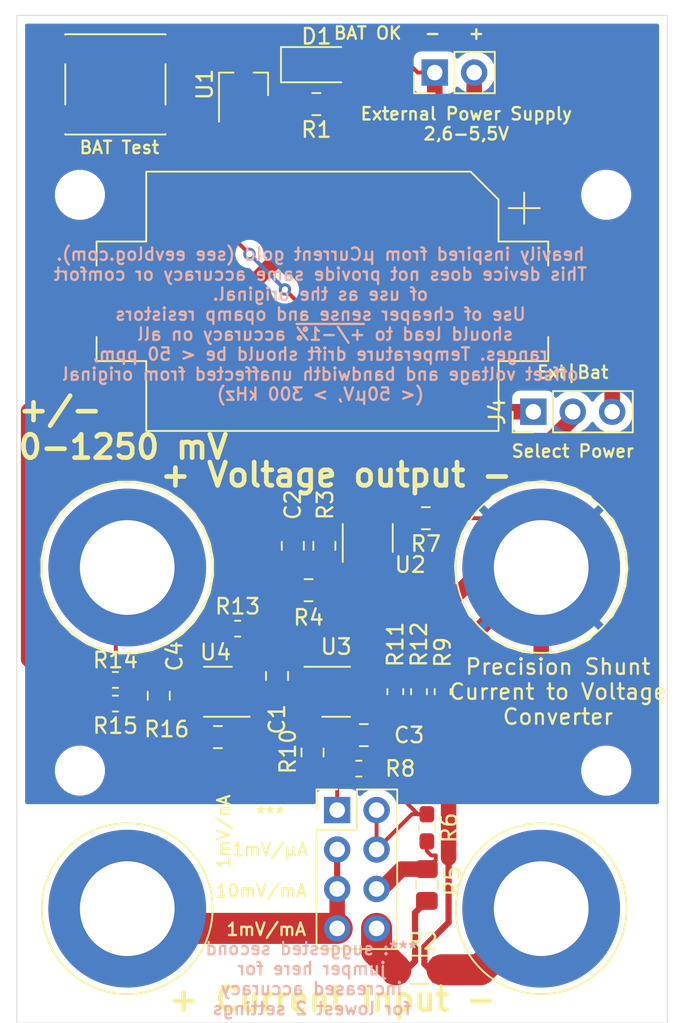
<source format=kicad_pcb>
(kicad_pcb (version 20171130) (host pcbnew 5.1.4)

  (general
    (thickness 1.6)
    (drawings 21)
    (tracks 203)
    (zones 0)
    (modules 38)
    (nets 24)
  )

  (page A4)
  (layers
    (0 F.Cu signal)
    (31 B.Cu signal)
    (32 B.Adhes user)
    (33 F.Adhes user)
    (34 B.Paste user)
    (35 F.Paste user)
    (36 B.SilkS user)
    (37 F.SilkS user)
    (38 B.Mask user)
    (39 F.Mask user)
    (40 Dwgs.User user)
    (41 Cmts.User user)
    (42 Eco1.User user)
    (43 Eco2.User user)
    (44 Edge.Cuts user)
    (45 Margin user)
    (46 B.CrtYd user)
    (47 F.CrtYd user)
    (48 B.Fab user)
    (49 F.Fab user)
  )

  (setup
    (last_trace_width 0.25)
    (user_trace_width 0.15)
    (user_trace_width 0.2)
    (user_trace_width 0.4)
    (user_trace_width 1)
    (user_trace_width 1.5)
    (user_trace_width 2)
    (trace_clearance 0.2)
    (zone_clearance 0.508)
    (zone_45_only no)
    (trace_min 0.15)
    (via_size 0.8)
    (via_drill 0.4)
    (via_min_size 0.4)
    (via_min_drill 0.3)
    (uvia_size 0.3)
    (uvia_drill 0.1)
    (uvias_allowed no)
    (uvia_min_size 0.2)
    (uvia_min_drill 0.1)
    (edge_width 0.05)
    (segment_width 0.2)
    (pcb_text_width 0.3)
    (pcb_text_size 1.5 1.5)
    (mod_edge_width 0.12)
    (mod_text_size 1 1)
    (mod_text_width 0.15)
    (pad_size 10.16 10.16)
    (pad_drill 6.1)
    (pad_to_mask_clearance 0.051)
    (solder_mask_min_width 0.25)
    (aux_axis_origin 0 0)
    (visible_elements FFFFFF7F)
    (pcbplotparams
      (layerselection 0x010fc_ffffffff)
      (usegerberextensions false)
      (usegerberattributes false)
      (usegerberadvancedattributes false)
      (creategerberjobfile false)
      (excludeedgelayer true)
      (linewidth 0.100000)
      (plotframeref false)
      (viasonmask false)
      (mode 1)
      (useauxorigin false)
      (hpglpennumber 1)
      (hpglpenspeed 20)
      (hpglpendiameter 15.000000)
      (psnegative false)
      (psa4output false)
      (plotreference true)
      (plotvalue true)
      (plotinvisibletext false)
      (padsonsilk false)
      (subtractmaskfromsilk false)
      (outputformat 1)
      (mirror false)
      (drillshape 1)
      (scaleselection 1)
      (outputdirectory ""))
  )

  (net 0 "")
  (net 1 "Net-(BT1-Pad1)")
  (net 2 -VDC)
  (net 3 +VDC)
  (net 4 "Net-(C3-Pad2)")
  (net 5 "Net-(C3-Pad1)")
  (net 6 "Net-(C4-Pad2)")
  (net 7 "Net-(C4-Pad1)")
  (net 8 "Net-(D1-Pad2)")
  (net 9 "Net-(J1-Pad2)")
  (net 10 "Net-(J2-Pad1)")
  (net 11 GNDREF)
  (net 12 "Net-(J5-Pad6)")
  (net 13 "Net-(J5-Pad2)")
  (net 14 "Net-(R1-Pad2)")
  (net 15 "Net-(R3-Pad1)")
  (net 16 "Net-(R7-Pad2)")
  (net 17 "Net-(R10-Pad1)")
  (net 18 "Net-(R11-Pad1)")
  (net 19 "Net-(R14-Pad1)")
  (net 20 "Net-(R16-Pad2)")
  (net 21 "Net-(SW1-Pad1)")
  (net 22 "Net-(J5-Pad1)")
  (net 23 "Net-(J5-Pad8)")

  (net_class Default "Dies ist die voreingestellte Netzklasse."
    (clearance 0.2)
    (trace_width 0.25)
    (via_dia 0.8)
    (via_drill 0.4)
    (uvia_dia 0.3)
    (uvia_drill 0.1)
    (add_net +VDC)
    (add_net -VDC)
    (add_net GNDREF)
    (add_net "Net-(BT1-Pad1)")
    (add_net "Net-(C3-Pad1)")
    (add_net "Net-(C3-Pad2)")
    (add_net "Net-(C4-Pad1)")
    (add_net "Net-(C4-Pad2)")
    (add_net "Net-(D1-Pad2)")
    (add_net "Net-(J1-Pad2)")
    (add_net "Net-(J2-Pad1)")
    (add_net "Net-(J5-Pad1)")
    (add_net "Net-(J5-Pad2)")
    (add_net "Net-(J5-Pad6)")
    (add_net "Net-(J5-Pad8)")
    (add_net "Net-(R1-Pad2)")
    (add_net "Net-(R10-Pad1)")
    (add_net "Net-(R11-Pad1)")
    (add_net "Net-(R14-Pad1)")
    (add_net "Net-(R16-Pad2)")
    (add_net "Net-(R3-Pad1)")
    (add_net "Net-(R7-Pad2)")
    (add_net "Net-(SW1-Pad1)")
  )

  (module Connector_PinHeader_2.54mm:PinHeader_2x04_P2.54mm_Vertical (layer F.Cu) (tedit 59FED5CC) (tstamp 5DC3F848)
    (at 103.1875 91.186)
    (descr "Through hole straight pin header, 2x04, 2.54mm pitch, double rows")
    (tags "Through hole pin header THT 2x04 2.54mm double row")
    (path /5DDD7C37)
    (fp_text reference J5 (at 1.27 -2.33) (layer F.SilkS) hide
      (effects (font (size 1 1) (thickness 0.15)))
    )
    (fp_text value Select (at 1.27 9.95) (layer F.Fab)
      (effects (font (size 1 1) (thickness 0.15)))
    )
    (fp_text user %R (at 1.27 3.81 90) (layer F.Fab)
      (effects (font (size 1 1) (thickness 0.15)))
    )
    (fp_line (start 4.35 -1.8) (end -1.8 -1.8) (layer F.CrtYd) (width 0.05))
    (fp_line (start 4.35 9.4) (end 4.35 -1.8) (layer F.CrtYd) (width 0.05))
    (fp_line (start -1.8 9.4) (end 4.35 9.4) (layer F.CrtYd) (width 0.05))
    (fp_line (start -1.8 -1.8) (end -1.8 9.4) (layer F.CrtYd) (width 0.05))
    (fp_line (start -1.33 -1.33) (end 0 -1.33) (layer F.SilkS) (width 0.12))
    (fp_line (start -1.33 0) (end -1.33 -1.33) (layer F.SilkS) (width 0.12))
    (fp_line (start 1.27 -1.33) (end 3.87 -1.33) (layer F.SilkS) (width 0.12))
    (fp_line (start 1.27 1.27) (end 1.27 -1.33) (layer F.SilkS) (width 0.12))
    (fp_line (start -1.33 1.27) (end 1.27 1.27) (layer F.SilkS) (width 0.12))
    (fp_line (start 3.87 -1.33) (end 3.87 8.95) (layer F.SilkS) (width 0.12))
    (fp_line (start -1.33 1.27) (end -1.33 8.95) (layer F.SilkS) (width 0.12))
    (fp_line (start -1.33 8.95) (end 3.87 8.95) (layer F.SilkS) (width 0.12))
    (fp_line (start -1.27 0) (end 0 -1.27) (layer F.Fab) (width 0.1))
    (fp_line (start -1.27 8.89) (end -1.27 0) (layer F.Fab) (width 0.1))
    (fp_line (start 3.81 8.89) (end -1.27 8.89) (layer F.Fab) (width 0.1))
    (fp_line (start 3.81 -1.27) (end 3.81 8.89) (layer F.Fab) (width 0.1))
    (fp_line (start 0 -1.27) (end 3.81 -1.27) (layer F.Fab) (width 0.1))
    (pad 8 thru_hole oval (at 2.54 7.62) (size 1.7 1.7) (drill 1) (layers *.Cu *.Mask)
      (net 23 "Net-(J5-Pad8)"))
    (pad 7 thru_hole oval (at 0 7.62) (size 1.7 1.7) (drill 1) (layers *.Cu *.Mask)
      (net 10 "Net-(J2-Pad1)"))
    (pad 6 thru_hole oval (at 2.54 5.08) (size 1.7 1.7) (drill 1) (layers *.Cu *.Mask)
      (net 12 "Net-(J5-Pad6)"))
    (pad 5 thru_hole oval (at 0 5.08) (size 1.7 1.7) (drill 1) (layers *.Cu *.Mask)
      (net 10 "Net-(J2-Pad1)"))
    (pad 4 thru_hole oval (at 2.54 2.54) (size 1.7 1.7) (drill 1) (layers *.Cu *.Mask)
      (net 13 "Net-(J5-Pad2)"))
    (pad 3 thru_hole oval (at 0 2.54) (size 1.7 1.7) (drill 1) (layers *.Cu *.Mask)
      (net 10 "Net-(J2-Pad1)"))
    (pad 2 thru_hole oval (at 2.54 0) (size 1.7 1.7) (drill 1) (layers *.Cu *.Mask)
      (net 13 "Net-(J5-Pad2)"))
    (pad 1 thru_hole rect (at 0 0) (size 1.7 1.7) (drill 1) (layers *.Cu *.Mask)
      (net 22 "Net-(J5-Pad1)"))
    (model ${KISYS3DMOD}/Connector_PinHeader_2.54mm.3dshapes/PinHeader_2x04_P2.54mm_Vertical.wrl
      (at (xyz 0 0 0))
      (scale (xyz 1 1 1))
      (rotate (xyz 0 0 0))
    )
  )

  (module Capacitor_SMD:C_0805_2012Metric_Pad1.15x1.40mm_HandSolder (layer F.Cu) (tedit 5B36C52B) (tstamp 5DC3761F)
    (at 104.902 86.36)
    (descr "Capacitor SMD 0805 (2012 Metric), square (rectangular) end terminal, IPC_7351 nominal with elongated pad for handsoldering. (Body size source: https://docs.google.com/spreadsheets/d/1BsfQQcO9C6DZCsRaXUlFlo91Tg2WpOkGARC1WS5S8t0/edit?usp=sharing), generated with kicad-footprint-generator")
    (tags "capacitor handsolder")
    (path /5DC67C5D)
    (attr smd)
    (fp_text reference C3 (at 2.921 0) (layer F.SilkS)
      (effects (font (size 1 1) (thickness 0.15)))
    )
    (fp_text value 10pf (at 0 1.65) (layer F.Fab)
      (effects (font (size 1 1) (thickness 0.15)))
    )
    (fp_text user %R (at 0 0) (layer F.Fab)
      (effects (font (size 0.5 0.5) (thickness 0.08)))
    )
    (fp_line (start 1.85 0.95) (end -1.85 0.95) (layer F.CrtYd) (width 0.05))
    (fp_line (start 1.85 -0.95) (end 1.85 0.95) (layer F.CrtYd) (width 0.05))
    (fp_line (start -1.85 -0.95) (end 1.85 -0.95) (layer F.CrtYd) (width 0.05))
    (fp_line (start -1.85 0.95) (end -1.85 -0.95) (layer F.CrtYd) (width 0.05))
    (fp_line (start -0.261252 0.71) (end 0.261252 0.71) (layer F.SilkS) (width 0.12))
    (fp_line (start -0.261252 -0.71) (end 0.261252 -0.71) (layer F.SilkS) (width 0.12))
    (fp_line (start 1 0.6) (end -1 0.6) (layer F.Fab) (width 0.1))
    (fp_line (start 1 -0.6) (end 1 0.6) (layer F.Fab) (width 0.1))
    (fp_line (start -1 -0.6) (end 1 -0.6) (layer F.Fab) (width 0.1))
    (fp_line (start -1 0.6) (end -1 -0.6) (layer F.Fab) (width 0.1))
    (pad 2 smd roundrect (at 1.025 0) (size 1.15 1.4) (layers F.Cu F.Paste F.Mask) (roundrect_rratio 0.217391)
      (net 4 "Net-(C3-Pad2)"))
    (pad 1 smd roundrect (at -1.025 0) (size 1.15 1.4) (layers F.Cu F.Paste F.Mask) (roundrect_rratio 0.217391)
      (net 5 "Net-(C3-Pad1)"))
    (model ${KISYS3DMOD}/Capacitor_SMD.3dshapes/C_0805_2012Metric.wrl
      (at (xyz 0 0 0))
      (scale (xyz 1 1 1))
      (rotate (xyz 0 0 0))
    )
  )

  (module Button_Switch_SMD:SW_Push_1P1T_NO_6x6mm_H9.5mm (layer F.Cu) (tedit 5CA1CA7F) (tstamp 5DC39D40)
    (at 88.9 44.45)
    (descr "tactile push button, 6x6mm e.g. PTS645xx series, height=9.5mm")
    (tags "tact sw push 6mm smd")
    (path /5DD67177)
    (attr smd)
    (fp_text reference SW1 (at 0 -4.05) (layer F.SilkS) hide
      (effects (font (size 1 1) (thickness 0.15)))
    )
    (fp_text value BAT_TEST (at 0 4.15) (layer F.Fab)
      (effects (font (size 1 1) (thickness 0.15)))
    )
    (fp_circle (center 0 0) (end 1.75 -0.05) (layer F.Fab) (width 0.1))
    (fp_line (start -3.23 3.23) (end 3.23 3.23) (layer F.SilkS) (width 0.12))
    (fp_line (start -3.23 -1.3) (end -3.23 1.3) (layer F.SilkS) (width 0.12))
    (fp_line (start -3.23 -3.23) (end 3.23 -3.23) (layer F.SilkS) (width 0.12))
    (fp_line (start 3.23 -1.3) (end 3.23 1.3) (layer F.SilkS) (width 0.12))
    (fp_line (start -3.23 -3.2) (end -3.23 -3.23) (layer F.SilkS) (width 0.12))
    (fp_line (start -3.23 3.23) (end -3.23 3.2) (layer F.SilkS) (width 0.12))
    (fp_line (start 3.23 3.23) (end 3.23 3.2) (layer F.SilkS) (width 0.12))
    (fp_line (start 3.23 -3.23) (end 3.23 -3.2) (layer F.SilkS) (width 0.12))
    (fp_line (start -5 -3.25) (end 5 -3.25) (layer F.CrtYd) (width 0.05))
    (fp_line (start -5 3.25) (end 5 3.25) (layer F.CrtYd) (width 0.05))
    (fp_line (start -5 -3.25) (end -5 3.25) (layer F.CrtYd) (width 0.05))
    (fp_line (start 5 3.25) (end 5 -3.25) (layer F.CrtYd) (width 0.05))
    (fp_line (start 3 -3) (end -3 -3) (layer F.Fab) (width 0.1))
    (fp_line (start 3 3) (end 3 -3) (layer F.Fab) (width 0.1))
    (fp_line (start -3 3) (end 3 3) (layer F.Fab) (width 0.1))
    (fp_line (start -3 -3) (end -3 3) (layer F.Fab) (width 0.1))
    (fp_text user %R (at 0 -4.05) (layer F.Fab)
      (effects (font (size 1 1) (thickness 0.15)))
    )
    (pad 2 smd rect (at 3.975 2.25) (size 1.55 1.3) (layers F.Cu F.Paste F.Mask)
      (net 3 +VDC))
    (pad 1 smd rect (at 3.975 -2.25) (size 1.55 1.3) (layers F.Cu F.Paste F.Mask)
      (net 21 "Net-(SW1-Pad1)"))
    (pad 1 smd rect (at -3.975 -2.25) (size 1.55 1.3) (layers F.Cu F.Paste F.Mask)
      (net 21 "Net-(SW1-Pad1)"))
    (pad 2 smd rect (at -3.975 2.25) (size 1.55 1.3) (layers F.Cu F.Paste F.Mask)
      (net 3 +VDC))
    (model ${KISYS3DMOD}/Button_Switch_SMD.3dshapes/SW_PUSH_6mm_H9.5mm.wrl
      (at (xyz 0 0 0))
      (scale (xyz 1 1 1))
      (rotate (xyz 0 0 0))
    )
  )

  (module Package_TO_SOT_SMD:SOT-23-6_Handsoldering (layer F.Cu) (tedit 5A02FF57) (tstamp 5DC3783A)
    (at 95.504 83.566 180)
    (descr "6-pin SOT-23 package, Handsoldering")
    (tags "SOT-23-6 Handsoldering")
    (path /5DC3AC16)
    (attr smd)
    (fp_text reference U4 (at 0.1524 2.54) (layer F.SilkS)
      (effects (font (size 1 1) (thickness 0.15)))
    )
    (fp_text value MAX4239AUT (at 0 2.9) (layer F.Fab)
      (effects (font (size 1 1) (thickness 0.15)))
    )
    (fp_line (start 0.9 -1.55) (end 0.9 1.55) (layer F.Fab) (width 0.1))
    (fp_line (start 0.9 1.55) (end -0.9 1.55) (layer F.Fab) (width 0.1))
    (fp_line (start -0.9 -0.9) (end -0.9 1.55) (layer F.Fab) (width 0.1))
    (fp_line (start 0.9 -1.55) (end -0.25 -1.55) (layer F.Fab) (width 0.1))
    (fp_line (start -0.9 -0.9) (end -0.25 -1.55) (layer F.Fab) (width 0.1))
    (fp_line (start -2.4 -1.8) (end 2.4 -1.8) (layer F.CrtYd) (width 0.05))
    (fp_line (start 2.4 -1.8) (end 2.4 1.8) (layer F.CrtYd) (width 0.05))
    (fp_line (start 2.4 1.8) (end -2.4 1.8) (layer F.CrtYd) (width 0.05))
    (fp_line (start -2.4 1.8) (end -2.4 -1.8) (layer F.CrtYd) (width 0.05))
    (fp_line (start 0.9 -1.61) (end -2.05 -1.61) (layer F.SilkS) (width 0.12))
    (fp_line (start -0.9 1.61) (end 0.9 1.61) (layer F.SilkS) (width 0.12))
    (fp_text user %R (at 0 0 90) (layer F.Fab)
      (effects (font (size 0.5 0.5) (thickness 0.075)))
    )
    (pad 5 smd rect (at 1.35 0 180) (size 1.56 0.65) (layers F.Cu F.Paste F.Mask)
      (net 3 +VDC))
    (pad 6 smd rect (at 1.35 -0.95 180) (size 1.56 0.65) (layers F.Cu F.Paste F.Mask)
      (net 3 +VDC))
    (pad 4 smd rect (at 1.35 0.95 180) (size 1.56 0.65) (layers F.Cu F.Paste F.Mask)
      (net 6 "Net-(C4-Pad2)"))
    (pad 3 smd rect (at -1.35 0.95 180) (size 1.56 0.65) (layers F.Cu F.Paste F.Mask)
      (net 5 "Net-(C3-Pad1)"))
    (pad 2 smd rect (at -1.35 0 180) (size 1.56 0.65) (layers F.Cu F.Paste F.Mask)
      (net 2 -VDC))
    (pad 1 smd rect (at -1.35 -0.95 180) (size 1.56 0.65) (layers F.Cu F.Paste F.Mask)
      (net 20 "Net-(R16-Pad2)"))
    (model ${KISYS3DMOD}/Package_TO_SOT_SMD.3dshapes/SOT-23-6.wrl
      (at (xyz 0 0 0))
      (scale (xyz 1 1 1))
      (rotate (xyz 0 0 0))
    )
  )

  (module Package_TO_SOT_SMD:SOT-23-6_Handsoldering (layer F.Cu) (tedit 5A02FF57) (tstamp 5DC37824)
    (at 103.124 83.566)
    (descr "6-pin SOT-23 package, Handsoldering")
    (tags "SOT-23-6 Handsoldering")
    (path /5DC3A80A)
    (attr smd)
    (fp_text reference U3 (at 0 -2.9) (layer F.SilkS)
      (effects (font (size 1 1) (thickness 0.15)))
    )
    (fp_text value MAX4239AUT (at 0 2.9) (layer F.Fab)
      (effects (font (size 1 1) (thickness 0.15)))
    )
    (fp_line (start 0.9 -1.55) (end 0.9 1.55) (layer F.Fab) (width 0.1))
    (fp_line (start 0.9 1.55) (end -0.9 1.55) (layer F.Fab) (width 0.1))
    (fp_line (start -0.9 -0.9) (end -0.9 1.55) (layer F.Fab) (width 0.1))
    (fp_line (start 0.9 -1.55) (end -0.25 -1.55) (layer F.Fab) (width 0.1))
    (fp_line (start -0.9 -0.9) (end -0.25 -1.55) (layer F.Fab) (width 0.1))
    (fp_line (start -2.4 -1.8) (end 2.4 -1.8) (layer F.CrtYd) (width 0.05))
    (fp_line (start 2.4 -1.8) (end 2.4 1.8) (layer F.CrtYd) (width 0.05))
    (fp_line (start 2.4 1.8) (end -2.4 1.8) (layer F.CrtYd) (width 0.05))
    (fp_line (start -2.4 1.8) (end -2.4 -1.8) (layer F.CrtYd) (width 0.05))
    (fp_line (start 0.9 -1.61) (end -2.05 -1.61) (layer F.SilkS) (width 0.12))
    (fp_line (start -0.9 1.61) (end 0.9 1.61) (layer F.SilkS) (width 0.12))
    (fp_text user %R (at 0 0 90) (layer F.Fab)
      (effects (font (size 0.5 0.5) (thickness 0.075)))
    )
    (pad 5 smd rect (at 1.35 0) (size 1.56 0.65) (layers F.Cu F.Paste F.Mask)
      (net 3 +VDC))
    (pad 6 smd rect (at 1.35 -0.95) (size 1.56 0.65) (layers F.Cu F.Paste F.Mask)
      (net 3 +VDC))
    (pad 4 smd rect (at 1.35 0.95) (size 1.56 0.65) (layers F.Cu F.Paste F.Mask)
      (net 4 "Net-(C3-Pad2)"))
    (pad 3 smd rect (at -1.35 0.95) (size 1.56 0.65) (layers F.Cu F.Paste F.Mask)
      (net 17 "Net-(R10-Pad1)"))
    (pad 2 smd rect (at -1.35 0) (size 1.56 0.65) (layers F.Cu F.Paste F.Mask)
      (net 2 -VDC))
    (pad 1 smd rect (at -1.35 -0.95) (size 1.56 0.65) (layers F.Cu F.Paste F.Mask)
      (net 5 "Net-(C3-Pad1)"))
    (model ${KISYS3DMOD}/Package_TO_SOT_SMD.3dshapes/SOT-23-6.wrl
      (at (xyz 0 0 0))
      (scale (xyz 1 1 1))
      (rotate (xyz 0 0 0))
    )
  )

  (module Package_TO_SOT_SMD:SOT-23-5_HandSoldering (layer F.Cu) (tedit 5A0AB76C) (tstamp 5DC37D03)
    (at 105.156 73.66 90)
    (descr "5-pin SOT23 package")
    (tags "SOT-23-5 hand-soldering")
    (path /5DC9D234)
    (attr smd)
    (fp_text reference U2 (at -1.7272 2.7432 180) (layer F.SilkS)
      (effects (font (size 1 1) (thickness 0.15)))
    )
    (fp_text value LMV321 (at 0 2.9 90) (layer F.Fab)
      (effects (font (size 1 1) (thickness 0.15)))
    )
    (fp_line (start 2.38 1.8) (end -2.38 1.8) (layer F.CrtYd) (width 0.05))
    (fp_line (start 2.38 1.8) (end 2.38 -1.8) (layer F.CrtYd) (width 0.05))
    (fp_line (start -2.38 -1.8) (end -2.38 1.8) (layer F.CrtYd) (width 0.05))
    (fp_line (start -2.38 -1.8) (end 2.38 -1.8) (layer F.CrtYd) (width 0.05))
    (fp_line (start 0.9 -1.55) (end 0.9 1.55) (layer F.Fab) (width 0.1))
    (fp_line (start 0.9 1.55) (end -0.9 1.55) (layer F.Fab) (width 0.1))
    (fp_line (start -0.9 -0.9) (end -0.9 1.55) (layer F.Fab) (width 0.1))
    (fp_line (start 0.9 -1.55) (end -0.25 -1.55) (layer F.Fab) (width 0.1))
    (fp_line (start -0.9 -0.9) (end -0.25 -1.55) (layer F.Fab) (width 0.1))
    (fp_line (start 0.9 -1.61) (end -1.55 -1.61) (layer F.SilkS) (width 0.12))
    (fp_line (start -0.9 1.61) (end 0.9 1.61) (layer F.SilkS) (width 0.12))
    (fp_text user %R (at 0 0) (layer F.Fab)
      (effects (font (size 0.5 0.5) (thickness 0.075)))
    )
    (pad 5 smd rect (at 1.35 -0.95 90) (size 1.56 0.65) (layers F.Cu F.Paste F.Mask)
      (net 3 +VDC))
    (pad 4 smd rect (at 1.35 0.95 90) (size 1.56 0.65) (layers F.Cu F.Paste F.Mask)
      (net 16 "Net-(R7-Pad2)"))
    (pad 3 smd rect (at -1.35 0.95 90) (size 1.56 0.65) (layers F.Cu F.Paste F.Mask)
      (net 16 "Net-(R7-Pad2)"))
    (pad 2 smd rect (at -1.35 0 90) (size 1.56 0.65) (layers F.Cu F.Paste F.Mask)
      (net 2 -VDC))
    (pad 1 smd rect (at -1.35 -0.95 90) (size 1.56 0.65) (layers F.Cu F.Paste F.Mask)
      (net 15 "Net-(R3-Pad1)"))
    (model ${KISYS3DMOD}/Package_TO_SOT_SMD.3dshapes/SOT-23-5.wrl
      (at (xyz 0 0 0))
      (scale (xyz 1 1 1))
      (rotate (xyz 0 0 0))
    )
  )

  (module Package_TO_SOT_SMD:SOT-23_Handsoldering (layer F.Cu) (tedit 5A0AB76C) (tstamp 5DC377F9)
    (at 97.155 44.45 90)
    (descr "SOT-23, Handsoldering")
    (tags SOT-23)
    (path /5DCD0CB1)
    (attr smd)
    (fp_text reference U1 (at 0 -2.5 90) (layer F.SilkS)
      (effects (font (size 1 1) (thickness 0.15)))
    )
    (fp_text value TPS3839DBZ (at 0 2.5 90) (layer F.Fab)
      (effects (font (size 1 1) (thickness 0.15)))
    )
    (fp_line (start 0.76 1.58) (end -0.7 1.58) (layer F.SilkS) (width 0.12))
    (fp_line (start -0.7 1.52) (end 0.7 1.52) (layer F.Fab) (width 0.1))
    (fp_line (start 0.7 -1.52) (end 0.7 1.52) (layer F.Fab) (width 0.1))
    (fp_line (start -0.7 -0.95) (end -0.15 -1.52) (layer F.Fab) (width 0.1))
    (fp_line (start -0.15 -1.52) (end 0.7 -1.52) (layer F.Fab) (width 0.1))
    (fp_line (start -0.7 -0.95) (end -0.7 1.5) (layer F.Fab) (width 0.1))
    (fp_line (start 0.76 -1.58) (end -2.4 -1.58) (layer F.SilkS) (width 0.12))
    (fp_line (start -2.7 1.75) (end -2.7 -1.75) (layer F.CrtYd) (width 0.05))
    (fp_line (start 2.7 1.75) (end -2.7 1.75) (layer F.CrtYd) (width 0.05))
    (fp_line (start 2.7 -1.75) (end 2.7 1.75) (layer F.CrtYd) (width 0.05))
    (fp_line (start -2.7 -1.75) (end 2.7 -1.75) (layer F.CrtYd) (width 0.05))
    (fp_line (start 0.76 -1.58) (end 0.76 -0.65) (layer F.SilkS) (width 0.12))
    (fp_line (start 0.76 1.58) (end 0.76 0.65) (layer F.SilkS) (width 0.12))
    (fp_text user %R (at 0 0) (layer F.Fab)
      (effects (font (size 0.5 0.5) (thickness 0.075)))
    )
    (pad 3 smd rect (at 1.5 0 90) (size 1.9 0.8) (layers F.Cu F.Paste F.Mask)
      (net 21 "Net-(SW1-Pad1)"))
    (pad 2 smd rect (at -1.5 0.95 90) (size 1.9 0.8) (layers F.Cu F.Paste F.Mask)
      (net 14 "Net-(R1-Pad2)"))
    (pad 1 smd rect (at -1.5 -0.95 90) (size 1.9 0.8) (layers F.Cu F.Paste F.Mask)
      (net 2 -VDC))
    (model ${KISYS3DMOD}/Package_TO_SOT_SMD.3dshapes/SOT-23.wrl
      (at (xyz 0 0 0))
      (scale (xyz 1 1 1))
      (rotate (xyz 0 0 0))
    )
  )

  (module Resistor_SMD:R_0805_2012Metric_Pad1.15x1.40mm_HandSolder (layer F.Cu) (tedit 5B36C52B) (tstamp 5DC377E4)
    (at 95.504 86.487)
    (descr "Resistor SMD 0805 (2012 Metric), square (rectangular) end terminal, IPC_7351 nominal with elongated pad for handsoldering. (Body size source: https://docs.google.com/spreadsheets/d/1BsfQQcO9C6DZCsRaXUlFlo91Tg2WpOkGARC1WS5S8t0/edit?usp=sharing), generated with kicad-footprint-generator")
    (tags "resistor handsolder")
    (path /5DC6D045)
    (attr smd)
    (fp_text reference R16 (at -3.302 -0.508) (layer F.SilkS)
      (effects (font (size 1 1) (thickness 0.15)))
    )
    (fp_text value 270 (at 0 1.65) (layer F.Fab)
      (effects (font (size 1 1) (thickness 0.15)))
    )
    (fp_text user %R (at 0 0) (layer F.Fab)
      (effects (font (size 0.5 0.5) (thickness 0.08)))
    )
    (fp_line (start 1.85 0.95) (end -1.85 0.95) (layer F.CrtYd) (width 0.05))
    (fp_line (start 1.85 -0.95) (end 1.85 0.95) (layer F.CrtYd) (width 0.05))
    (fp_line (start -1.85 -0.95) (end 1.85 -0.95) (layer F.CrtYd) (width 0.05))
    (fp_line (start -1.85 0.95) (end -1.85 -0.95) (layer F.CrtYd) (width 0.05))
    (fp_line (start -0.261252 0.71) (end 0.261252 0.71) (layer F.SilkS) (width 0.12))
    (fp_line (start -0.261252 -0.71) (end 0.261252 -0.71) (layer F.SilkS) (width 0.12))
    (fp_line (start 1 0.6) (end -1 0.6) (layer F.Fab) (width 0.1))
    (fp_line (start 1 -0.6) (end 1 0.6) (layer F.Fab) (width 0.1))
    (fp_line (start -1 -0.6) (end 1 -0.6) (layer F.Fab) (width 0.1))
    (fp_line (start -1 0.6) (end -1 -0.6) (layer F.Fab) (width 0.1))
    (pad 2 smd roundrect (at 1.025 0) (size 1.15 1.4) (layers F.Cu F.Paste F.Mask) (roundrect_rratio 0.217391)
      (net 20 "Net-(R16-Pad2)"))
    (pad 1 smd roundrect (at -1.025 0) (size 1.15 1.4) (layers F.Cu F.Paste F.Mask) (roundrect_rratio 0.217391)
      (net 7 "Net-(C4-Pad1)"))
    (model ${KISYS3DMOD}/Resistor_SMD.3dshapes/R_0805_2012Metric.wrl
      (at (xyz 0 0 0))
      (scale (xyz 1 1 1))
      (rotate (xyz 0 0 0))
    )
  )

  (module Resistor_SMD:R_0603_1608Metric_Pad1.05x0.95mm_HandSolder (layer F.Cu) (tedit 5B301BBD) (tstamp 5DC377D3)
    (at 88.9 84.328 180)
    (descr "Resistor SMD 0603 (1608 Metric), square (rectangular) end terminal, IPC_7351 nominal with elongated pad for handsoldering. (Body size source: http://www.tortai-tech.com/upload/download/2011102023233369053.pdf), generated with kicad-footprint-generator")
    (tags "resistor handsolder")
    (path /5DC6F06B)
    (attr smd)
    (fp_text reference R15 (at 0 -1.43) (layer F.SilkS)
      (effects (font (size 1 1) (thickness 0.15)))
    )
    (fp_text value "2k2 0.1%" (at 0 1.43) (layer F.Fab)
      (effects (font (size 1 1) (thickness 0.15)))
    )
    (fp_text user %R (at 0 0) (layer F.Fab)
      (effects (font (size 0.4 0.4) (thickness 0.06)))
    )
    (fp_line (start 1.65 0.73) (end -1.65 0.73) (layer F.CrtYd) (width 0.05))
    (fp_line (start 1.65 -0.73) (end 1.65 0.73) (layer F.CrtYd) (width 0.05))
    (fp_line (start -1.65 -0.73) (end 1.65 -0.73) (layer F.CrtYd) (width 0.05))
    (fp_line (start -1.65 0.73) (end -1.65 -0.73) (layer F.CrtYd) (width 0.05))
    (fp_line (start -0.171267 0.51) (end 0.171267 0.51) (layer F.SilkS) (width 0.12))
    (fp_line (start -0.171267 -0.51) (end 0.171267 -0.51) (layer F.SilkS) (width 0.12))
    (fp_line (start 0.8 0.4) (end -0.8 0.4) (layer F.Fab) (width 0.1))
    (fp_line (start 0.8 -0.4) (end 0.8 0.4) (layer F.Fab) (width 0.1))
    (fp_line (start -0.8 -0.4) (end 0.8 -0.4) (layer F.Fab) (width 0.1))
    (fp_line (start -0.8 0.4) (end -0.8 -0.4) (layer F.Fab) (width 0.1))
    (pad 2 smd roundrect (at 0.875 0 180) (size 1.05 0.95) (layers F.Cu F.Paste F.Mask) (roundrect_rratio 0.25)
      (net 19 "Net-(R14-Pad1)"))
    (pad 1 smd roundrect (at -0.875 0 180) (size 1.05 0.95) (layers F.Cu F.Paste F.Mask) (roundrect_rratio 0.25)
      (net 7 "Net-(C4-Pad1)"))
    (model ${KISYS3DMOD}/Resistor_SMD.3dshapes/R_0603_1608Metric.wrl
      (at (xyz 0 0 0))
      (scale (xyz 1 1 1))
      (rotate (xyz 0 0 0))
    )
  )

  (module Resistor_SMD:R_0603_1608Metric_Pad1.05x0.95mm_HandSolder (layer F.Cu) (tedit 5B301BBD) (tstamp 5DC3A1F6)
    (at 88.9 82.804)
    (descr "Resistor SMD 0603 (1608 Metric), square (rectangular) end terminal, IPC_7351 nominal with elongated pad for handsoldering. (Body size source: http://www.tortai-tech.com/upload/download/2011102023233369053.pdf), generated with kicad-footprint-generator")
    (tags "resistor handsolder")
    (path /5DC6E0D8)
    (attr smd)
    (fp_text reference R14 (at 0 -1.27) (layer F.SilkS)
      (effects (font (size 1 1) (thickness 0.15)))
    )
    (fp_text value "6k8 0.1%" (at 0 1.43) (layer F.Fab)
      (effects (font (size 1 1) (thickness 0.15)))
    )
    (fp_text user %R (at 0 0) (layer F.Fab)
      (effects (font (size 0.4 0.4) (thickness 0.06)))
    )
    (fp_line (start 1.65 0.73) (end -1.65 0.73) (layer F.CrtYd) (width 0.05))
    (fp_line (start 1.65 -0.73) (end 1.65 0.73) (layer F.CrtYd) (width 0.05))
    (fp_line (start -1.65 -0.73) (end 1.65 -0.73) (layer F.CrtYd) (width 0.05))
    (fp_line (start -1.65 0.73) (end -1.65 -0.73) (layer F.CrtYd) (width 0.05))
    (fp_line (start -0.171267 0.51) (end 0.171267 0.51) (layer F.SilkS) (width 0.12))
    (fp_line (start -0.171267 -0.51) (end 0.171267 -0.51) (layer F.SilkS) (width 0.12))
    (fp_line (start 0.8 0.4) (end -0.8 0.4) (layer F.Fab) (width 0.1))
    (fp_line (start 0.8 -0.4) (end 0.8 0.4) (layer F.Fab) (width 0.1))
    (fp_line (start -0.8 -0.4) (end 0.8 -0.4) (layer F.Fab) (width 0.1))
    (fp_line (start -0.8 0.4) (end -0.8 -0.4) (layer F.Fab) (width 0.1))
    (pad 2 smd roundrect (at 0.875 0) (size 1.05 0.95) (layers F.Cu F.Paste F.Mask) (roundrect_rratio 0.25)
      (net 6 "Net-(C4-Pad2)"))
    (pad 1 smd roundrect (at -0.875 0) (size 1.05 0.95) (layers F.Cu F.Paste F.Mask) (roundrect_rratio 0.25)
      (net 19 "Net-(R14-Pad1)"))
    (model ${KISYS3DMOD}/Resistor_SMD.3dshapes/R_0603_1608Metric.wrl
      (at (xyz 0 0 0))
      (scale (xyz 1 1 1))
      (rotate (xyz 0 0 0))
    )
  )

  (module Resistor_SMD:R_0603_1608Metric_Pad1.05x0.95mm_HandSolder (layer F.Cu) (tedit 5B301BBD) (tstamp 5DC3CAF7)
    (at 96.774 79.502)
    (descr "Resistor SMD 0603 (1608 Metric), square (rectangular) end terminal, IPC_7351 nominal with elongated pad for handsoldering. (Body size source: http://www.tortai-tech.com/upload/download/2011102023233369053.pdf), generated with kicad-footprint-generator")
    (tags "resistor handsolder")
    (path /5DC8D5D3)
    (attr smd)
    (fp_text reference R13 (at 0 -1.43) (layer F.SilkS)
      (effects (font (size 1 1) (thickness 0.15)))
    )
    (fp_text value "1k 0.1%" (at 0 1.43) (layer F.Fab)
      (effects (font (size 1 1) (thickness 0.15)))
    )
    (fp_text user %R (at 0 0) (layer F.Fab)
      (effects (font (size 0.4 0.4) (thickness 0.06)))
    )
    (fp_line (start 1.65 0.73) (end -1.65 0.73) (layer F.CrtYd) (width 0.05))
    (fp_line (start 1.65 -0.73) (end 1.65 0.73) (layer F.CrtYd) (width 0.05))
    (fp_line (start -1.65 -0.73) (end 1.65 -0.73) (layer F.CrtYd) (width 0.05))
    (fp_line (start -1.65 0.73) (end -1.65 -0.73) (layer F.CrtYd) (width 0.05))
    (fp_line (start -0.171267 0.51) (end 0.171267 0.51) (layer F.SilkS) (width 0.12))
    (fp_line (start -0.171267 -0.51) (end 0.171267 -0.51) (layer F.SilkS) (width 0.12))
    (fp_line (start 0.8 0.4) (end -0.8 0.4) (layer F.Fab) (width 0.1))
    (fp_line (start 0.8 -0.4) (end 0.8 0.4) (layer F.Fab) (width 0.1))
    (fp_line (start -0.8 -0.4) (end 0.8 -0.4) (layer F.Fab) (width 0.1))
    (fp_line (start -0.8 0.4) (end -0.8 -0.4) (layer F.Fab) (width 0.1))
    (pad 2 smd roundrect (at 0.875 0) (size 1.05 0.95) (layers F.Cu F.Paste F.Mask) (roundrect_rratio 0.25)
      (net 11 GNDREF))
    (pad 1 smd roundrect (at -0.875 0) (size 1.05 0.95) (layers F.Cu F.Paste F.Mask) (roundrect_rratio 0.25)
      (net 6 "Net-(C4-Pad2)"))
    (model ${KISYS3DMOD}/Resistor_SMD.3dshapes/R_0603_1608Metric.wrl
      (at (xyz 0 0 0))
      (scale (xyz 1 1 1))
      (rotate (xyz 0 0 0))
    )
  )

  (module Resistor_SMD:R_0603_1608Metric_Pad1.05x0.95mm_HandSolder (layer F.Cu) (tedit 5B301BBD) (tstamp 5DC377A0)
    (at 108.458 83.566 90)
    (descr "Resistor SMD 0603 (1608 Metric), square (rectangular) end terminal, IPC_7351 nominal with elongated pad for handsoldering. (Body size source: http://www.tortai-tech.com/upload/download/2011102023233369053.pdf), generated with kicad-footprint-generator")
    (tags "resistor handsolder")
    (path /5DC739E4)
    (attr smd)
    (fp_text reference R12 (at 3.048 0 90) (layer F.SilkS)
      (effects (font (size 1 1) (thickness 0.15)))
    )
    (fp_text value "2k2 0.1%" (at 0 1.43 90) (layer F.Fab)
      (effects (font (size 1 1) (thickness 0.15)))
    )
    (fp_text user %R (at 0 0 90) (layer F.Fab)
      (effects (font (size 0.4 0.4) (thickness 0.06)))
    )
    (fp_line (start 1.65 0.73) (end -1.65 0.73) (layer F.CrtYd) (width 0.05))
    (fp_line (start 1.65 -0.73) (end 1.65 0.73) (layer F.CrtYd) (width 0.05))
    (fp_line (start -1.65 -0.73) (end 1.65 -0.73) (layer F.CrtYd) (width 0.05))
    (fp_line (start -1.65 0.73) (end -1.65 -0.73) (layer F.CrtYd) (width 0.05))
    (fp_line (start -0.171267 0.51) (end 0.171267 0.51) (layer F.SilkS) (width 0.12))
    (fp_line (start -0.171267 -0.51) (end 0.171267 -0.51) (layer F.SilkS) (width 0.12))
    (fp_line (start 0.8 0.4) (end -0.8 0.4) (layer F.Fab) (width 0.1))
    (fp_line (start 0.8 -0.4) (end 0.8 0.4) (layer F.Fab) (width 0.1))
    (fp_line (start -0.8 -0.4) (end 0.8 -0.4) (layer F.Fab) (width 0.1))
    (fp_line (start -0.8 0.4) (end -0.8 -0.4) (layer F.Fab) (width 0.1))
    (pad 2 smd roundrect (at 0.875 0 90) (size 1.05 0.95) (layers F.Cu F.Paste F.Mask) (roundrect_rratio 0.25)
      (net 18 "Net-(R11-Pad1)"))
    (pad 1 smd roundrect (at -0.875 0 90) (size 1.05 0.95) (layers F.Cu F.Paste F.Mask) (roundrect_rratio 0.25)
      (net 5 "Net-(C3-Pad1)"))
    (model ${KISYS3DMOD}/Resistor_SMD.3dshapes/R_0603_1608Metric.wrl
      (at (xyz 0 0 0))
      (scale (xyz 1 1 1))
      (rotate (xyz 0 0 0))
    )
  )

  (module Resistor_SMD:R_0603_1608Metric_Pad1.05x0.95mm_HandSolder (layer F.Cu) (tedit 5B301BBD) (tstamp 5DC37E07)
    (at 106.934 83.566 270)
    (descr "Resistor SMD 0603 (1608 Metric), square (rectangular) end terminal, IPC_7351 nominal with elongated pad for handsoldering. (Body size source: http://www.tortai-tech.com/upload/download/2011102023233369053.pdf), generated with kicad-footprint-generator")
    (tags "resistor handsolder")
    (path /5DC739DE)
    (attr smd)
    (fp_text reference R11 (at -3.048 0 90) (layer F.SilkS)
      (effects (font (size 1 1) (thickness 0.15)))
    )
    (fp_text value "6k8 0.1%" (at 0 1.43 90) (layer F.Fab)
      (effects (font (size 1 1) (thickness 0.15)))
    )
    (fp_text user %R (at 0 0 90) (layer F.Fab)
      (effects (font (size 0.4 0.4) (thickness 0.06)))
    )
    (fp_line (start 1.65 0.73) (end -1.65 0.73) (layer F.CrtYd) (width 0.05))
    (fp_line (start 1.65 -0.73) (end 1.65 0.73) (layer F.CrtYd) (width 0.05))
    (fp_line (start -1.65 -0.73) (end 1.65 -0.73) (layer F.CrtYd) (width 0.05))
    (fp_line (start -1.65 0.73) (end -1.65 -0.73) (layer F.CrtYd) (width 0.05))
    (fp_line (start -0.171267 0.51) (end 0.171267 0.51) (layer F.SilkS) (width 0.12))
    (fp_line (start -0.171267 -0.51) (end 0.171267 -0.51) (layer F.SilkS) (width 0.12))
    (fp_line (start 0.8 0.4) (end -0.8 0.4) (layer F.Fab) (width 0.1))
    (fp_line (start 0.8 -0.4) (end 0.8 0.4) (layer F.Fab) (width 0.1))
    (fp_line (start -0.8 -0.4) (end 0.8 -0.4) (layer F.Fab) (width 0.1))
    (fp_line (start -0.8 0.4) (end -0.8 -0.4) (layer F.Fab) (width 0.1))
    (pad 2 smd roundrect (at 0.875 0 270) (size 1.05 0.95) (layers F.Cu F.Paste F.Mask) (roundrect_rratio 0.25)
      (net 4 "Net-(C3-Pad2)"))
    (pad 1 smd roundrect (at -0.875 0 270) (size 1.05 0.95) (layers F.Cu F.Paste F.Mask) (roundrect_rratio 0.25)
      (net 18 "Net-(R11-Pad1)"))
    (model ${KISYS3DMOD}/Resistor_SMD.3dshapes/R_0603_1608Metric.wrl
      (at (xyz 0 0 0))
      (scale (xyz 1 1 1))
      (rotate (xyz 0 0 0))
    )
  )

  (module Resistor_SMD:R_0805_2012Metric_Pad1.15x1.40mm_HandSolder (layer F.Cu) (tedit 5B36C52B) (tstamp 5DC3777E)
    (at 101.6 87.4776 270)
    (descr "Resistor SMD 0805 (2012 Metric), square (rectangular) end terminal, IPC_7351 nominal with elongated pad for handsoldering. (Body size source: https://docs.google.com/spreadsheets/d/1BsfQQcO9C6DZCsRaXUlFlo91Tg2WpOkGARC1WS5S8t0/edit?usp=sharing), generated with kicad-footprint-generator")
    (tags "resistor handsolder")
    (path /5DC45C33)
    (attr smd)
    (fp_text reference R10 (at -0.0635 1.5875 90) (layer F.SilkS)
      (effects (font (size 1 1) (thickness 0.15)))
    )
    (fp_text value 270 (at 0 1.65 90) (layer F.Fab)
      (effects (font (size 1 1) (thickness 0.15)))
    )
    (fp_text user %R (at 0 0 90) (layer F.Fab)
      (effects (font (size 0.5 0.5) (thickness 0.08)))
    )
    (fp_line (start 1.85 0.95) (end -1.85 0.95) (layer F.CrtYd) (width 0.05))
    (fp_line (start 1.85 -0.95) (end 1.85 0.95) (layer F.CrtYd) (width 0.05))
    (fp_line (start -1.85 -0.95) (end 1.85 -0.95) (layer F.CrtYd) (width 0.05))
    (fp_line (start -1.85 0.95) (end -1.85 -0.95) (layer F.CrtYd) (width 0.05))
    (fp_line (start -0.261252 0.71) (end 0.261252 0.71) (layer F.SilkS) (width 0.12))
    (fp_line (start -0.261252 -0.71) (end 0.261252 -0.71) (layer F.SilkS) (width 0.12))
    (fp_line (start 1 0.6) (end -1 0.6) (layer F.Fab) (width 0.1))
    (fp_line (start 1 -0.6) (end 1 0.6) (layer F.Fab) (width 0.1))
    (fp_line (start -1 -0.6) (end 1 -0.6) (layer F.Fab) (width 0.1))
    (fp_line (start -1 0.6) (end -1 -0.6) (layer F.Fab) (width 0.1))
    (pad 2 smd roundrect (at 1.025 0 270) (size 1.15 1.4) (layers F.Cu F.Paste F.Mask) (roundrect_rratio 0.217391)
      (net 22 "Net-(J5-Pad1)"))
    (pad 1 smd roundrect (at -1.025 0 270) (size 1.15 1.4) (layers F.Cu F.Paste F.Mask) (roundrect_rratio 0.217391)
      (net 17 "Net-(R10-Pad1)"))
    (model ${KISYS3DMOD}/Resistor_SMD.3dshapes/R_0805_2012Metric.wrl
      (at (xyz 0 0 0))
      (scale (xyz 1 1 1))
      (rotate (xyz 0 0 0))
    )
  )

  (module Resistor_SMD:R_0603_1608Metric_Pad1.05x0.95mm_HandSolder (layer F.Cu) (tedit 5B301BBD) (tstamp 5DC37EDB)
    (at 109.982 83.566 90)
    (descr "Resistor SMD 0603 (1608 Metric), square (rectangular) end terminal, IPC_7351 nominal with elongated pad for handsoldering. (Body size source: http://www.tortai-tech.com/upload/download/2011102023233369053.pdf), generated with kicad-footprint-generator")
    (tags "resistor handsolder")
    (path /5DC8518B)
    (attr smd)
    (fp_text reference R9 (at 2.54 0 90) (layer F.SilkS)
      (effects (font (size 1 1) (thickness 0.15)))
    )
    (fp_text value "1k 0.1%" (at 0 1.43 90) (layer F.Fab)
      (effects (font (size 1 1) (thickness 0.15)))
    )
    (fp_text user %R (at 0 0 90) (layer F.Fab)
      (effects (font (size 0.4 0.4) (thickness 0.06)))
    )
    (fp_line (start 1.65 0.73) (end -1.65 0.73) (layer F.CrtYd) (width 0.05))
    (fp_line (start 1.65 -0.73) (end 1.65 0.73) (layer F.CrtYd) (width 0.05))
    (fp_line (start -1.65 -0.73) (end 1.65 -0.73) (layer F.CrtYd) (width 0.05))
    (fp_line (start -1.65 0.73) (end -1.65 -0.73) (layer F.CrtYd) (width 0.05))
    (fp_line (start -0.171267 0.51) (end 0.171267 0.51) (layer F.SilkS) (width 0.12))
    (fp_line (start -0.171267 -0.51) (end 0.171267 -0.51) (layer F.SilkS) (width 0.12))
    (fp_line (start 0.8 0.4) (end -0.8 0.4) (layer F.Fab) (width 0.1))
    (fp_line (start 0.8 -0.4) (end 0.8 0.4) (layer F.Fab) (width 0.1))
    (fp_line (start -0.8 -0.4) (end 0.8 -0.4) (layer F.Fab) (width 0.1))
    (fp_line (start -0.8 0.4) (end -0.8 -0.4) (layer F.Fab) (width 0.1))
    (pad 2 smd roundrect (at 0.875 0 90) (size 1.05 0.95) (layers F.Cu F.Paste F.Mask) (roundrect_rratio 0.25)
      (net 11 GNDREF))
    (pad 1 smd roundrect (at -0.875 0 90) (size 1.05 0.95) (layers F.Cu F.Paste F.Mask) (roundrect_rratio 0.25)
      (net 4 "Net-(C3-Pad2)"))
    (model ${KISYS3DMOD}/Resistor_SMD.3dshapes/R_0603_1608Metric.wrl
      (at (xyz 0 0 0))
      (scale (xyz 1 1 1))
      (rotate (xyz 0 0 0))
    )
  )

  (module Resistor_SMD:R_0603_1608Metric_Pad1.05x0.95mm_HandSolder (layer F.Cu) (tedit 5B301BBD) (tstamp 5DC3775C)
    (at 104.5845 88.519)
    (descr "Resistor SMD 0603 (1608 Metric), square (rectangular) end terminal, IPC_7351 nominal with elongated pad for handsoldering. (Body size source: http://www.tortai-tech.com/upload/download/2011102023233369053.pdf), generated with kicad-footprint-generator")
    (tags "resistor handsolder")
    (path /5DC2FFC1)
    (attr smd)
    (fp_text reference R8 (at 2.667 0) (layer F.SilkS)
      (effects (font (size 1 1) (thickness 0.15)))
    )
    (fp_text value "10k 1%" (at 0 1.43) (layer F.Fab)
      (effects (font (size 1 1) (thickness 0.15)))
    )
    (fp_text user %R (at 0 0) (layer F.Fab)
      (effects (font (size 0.4 0.4) (thickness 0.06)))
    )
    (fp_line (start 1.65 0.73) (end -1.65 0.73) (layer F.CrtYd) (width 0.05))
    (fp_line (start 1.65 -0.73) (end 1.65 0.73) (layer F.CrtYd) (width 0.05))
    (fp_line (start -1.65 -0.73) (end 1.65 -0.73) (layer F.CrtYd) (width 0.05))
    (fp_line (start -1.65 0.73) (end -1.65 -0.73) (layer F.CrtYd) (width 0.05))
    (fp_line (start -0.171267 0.51) (end 0.171267 0.51) (layer F.SilkS) (width 0.12))
    (fp_line (start -0.171267 -0.51) (end 0.171267 -0.51) (layer F.SilkS) (width 0.12))
    (fp_line (start 0.8 0.4) (end -0.8 0.4) (layer F.Fab) (width 0.1))
    (fp_line (start 0.8 -0.4) (end 0.8 0.4) (layer F.Fab) (width 0.1))
    (fp_line (start -0.8 -0.4) (end 0.8 -0.4) (layer F.Fab) (width 0.1))
    (fp_line (start -0.8 0.4) (end -0.8 -0.4) (layer F.Fab) (width 0.1))
    (pad 2 smd roundrect (at 0.875 0) (size 1.05 0.95) (layers F.Cu F.Paste F.Mask) (roundrect_rratio 0.25)
      (net 13 "Net-(J5-Pad2)"))
    (pad 1 smd roundrect (at -0.875 0) (size 1.05 0.95) (layers F.Cu F.Paste F.Mask) (roundrect_rratio 0.25)
      (net 22 "Net-(J5-Pad1)"))
    (model ${KISYS3DMOD}/Resistor_SMD.3dshapes/R_0603_1608Metric.wrl
      (at (xyz 0 0 0))
      (scale (xyz 1 1 1))
      (rotate (xyz 0 0 0))
    )
  )

  (module Resistor_SMD:R_0805_2012Metric_Pad1.15x1.40mm_HandSolder (layer F.Cu) (tedit 5B36C52B) (tstamp 5DC3774B)
    (at 108.9025 72.39 180)
    (descr "Resistor SMD 0805 (2012 Metric), square (rectangular) end terminal, IPC_7351 nominal with elongated pad for handsoldering. (Body size source: https://docs.google.com/spreadsheets/d/1BsfQQcO9C6DZCsRaXUlFlo91Tg2WpOkGARC1WS5S8t0/edit?usp=sharing), generated with kicad-footprint-generator")
    (tags "resistor handsolder")
    (path /5DCA3C24)
    (attr smd)
    (fp_text reference R7 (at 0 -1.65) (layer F.SilkS)
      (effects (font (size 1 1) (thickness 0.15)))
    )
    (fp_text value 270 (at 0 1.65) (layer F.Fab)
      (effects (font (size 1 1) (thickness 0.15)))
    )
    (fp_text user %R (at 0 0) (layer F.Fab)
      (effects (font (size 0.5 0.5) (thickness 0.08)))
    )
    (fp_line (start 1.85 0.95) (end -1.85 0.95) (layer F.CrtYd) (width 0.05))
    (fp_line (start 1.85 -0.95) (end 1.85 0.95) (layer F.CrtYd) (width 0.05))
    (fp_line (start -1.85 -0.95) (end 1.85 -0.95) (layer F.CrtYd) (width 0.05))
    (fp_line (start -1.85 0.95) (end -1.85 -0.95) (layer F.CrtYd) (width 0.05))
    (fp_line (start -0.261252 0.71) (end 0.261252 0.71) (layer F.SilkS) (width 0.12))
    (fp_line (start -0.261252 -0.71) (end 0.261252 -0.71) (layer F.SilkS) (width 0.12))
    (fp_line (start 1 0.6) (end -1 0.6) (layer F.Fab) (width 0.1))
    (fp_line (start 1 -0.6) (end 1 0.6) (layer F.Fab) (width 0.1))
    (fp_line (start -1 -0.6) (end 1 -0.6) (layer F.Fab) (width 0.1))
    (fp_line (start -1 0.6) (end -1 -0.6) (layer F.Fab) (width 0.1))
    (pad 2 smd roundrect (at 1.025 0 180) (size 1.15 1.4) (layers F.Cu F.Paste F.Mask) (roundrect_rratio 0.217391)
      (net 16 "Net-(R7-Pad2)"))
    (pad 1 smd roundrect (at -1.025 0 180) (size 1.15 1.4) (layers F.Cu F.Paste F.Mask) (roundrect_rratio 0.217391)
      (net 11 GNDREF))
    (model ${KISYS3DMOD}/Resistor_SMD.3dshapes/R_0805_2012Metric.wrl
      (at (xyz 0 0 0))
      (scale (xyz 1 1 1))
      (rotate (xyz 0 0 0))
    )
  )

  (module Resistor_SMD:R_0603_1608Metric_Pad1.05x0.95mm_HandSolder (layer F.Cu) (tedit 5B301BBD) (tstamp 5DC3773A)
    (at 108.966 92.329 270)
    (descr "Resistor SMD 0603 (1608 Metric), square (rectangular) end terminal, IPC_7351 nominal with elongated pad for handsoldering. (Body size source: http://www.tortai-tech.com/upload/download/2011102023233369053.pdf), generated with kicad-footprint-generator")
    (tags "resistor handsolder")
    (path /5DC31C2B)
    (attr smd)
    (fp_text reference R6 (at 0 -1.43 90) (layer F.SilkS)
      (effects (font (size 1 1) (thickness 0.15)))
    )
    (fp_text value "10R 1%" (at 0 1.43 90) (layer F.Fab)
      (effects (font (size 1 1) (thickness 0.15)))
    )
    (fp_text user %R (at 0 0 90) (layer F.Fab)
      (effects (font (size 0.4 0.4) (thickness 0.06)))
    )
    (fp_line (start 1.65 0.73) (end -1.65 0.73) (layer F.CrtYd) (width 0.05))
    (fp_line (start 1.65 -0.73) (end 1.65 0.73) (layer F.CrtYd) (width 0.05))
    (fp_line (start -1.65 -0.73) (end 1.65 -0.73) (layer F.CrtYd) (width 0.05))
    (fp_line (start -1.65 0.73) (end -1.65 -0.73) (layer F.CrtYd) (width 0.05))
    (fp_line (start -0.171267 0.51) (end 0.171267 0.51) (layer F.SilkS) (width 0.12))
    (fp_line (start -0.171267 -0.51) (end 0.171267 -0.51) (layer F.SilkS) (width 0.12))
    (fp_line (start 0.8 0.4) (end -0.8 0.4) (layer F.Fab) (width 0.1))
    (fp_line (start 0.8 -0.4) (end 0.8 0.4) (layer F.Fab) (width 0.1))
    (fp_line (start -0.8 -0.4) (end 0.8 -0.4) (layer F.Fab) (width 0.1))
    (fp_line (start -0.8 0.4) (end -0.8 -0.4) (layer F.Fab) (width 0.1))
    (pad 2 smd roundrect (at 0.875 0 270) (size 1.05 0.95) (layers F.Cu F.Paste F.Mask) (roundrect_rratio 0.25)
      (net 12 "Net-(J5-Pad6)"))
    (pad 1 smd roundrect (at -0.875 0 270) (size 1.05 0.95) (layers F.Cu F.Paste F.Mask) (roundrect_rratio 0.25)
      (net 13 "Net-(J5-Pad2)"))
    (model ${KISYS3DMOD}/Resistor_SMD.3dshapes/R_0603_1608Metric.wrl
      (at (xyz 0 0 0))
      (scale (xyz 1 1 1))
      (rotate (xyz 0 0 0))
    )
  )

  (module Resistor_SMD:R_0805_2012Metric_Pad1.15x1.40mm_HandSolder (layer F.Cu) (tedit 5B36C52B) (tstamp 5DC384EC)
    (at 108.966 96.012 270)
    (descr "Resistor SMD 0805 (2012 Metric), square (rectangular) end terminal, IPC_7351 nominal with elongated pad for handsoldering. (Body size source: https://docs.google.com/spreadsheets/d/1BsfQQcO9C6DZCsRaXUlFlo91Tg2WpOkGARC1WS5S8t0/edit?usp=sharing), generated with kicad-footprint-generator")
    (tags "resistor handsolder")
    (path /5DC38D0E)
    (attr smd)
    (fp_text reference R5 (at -0.254 -1.65 90) (layer F.SilkS)
      (effects (font (size 1 1) (thickness 0.15)))
    )
    (fp_text value "90m 1%" (at 0 1.65 90) (layer F.Fab)
      (effects (font (size 1 1) (thickness 0.15)))
    )
    (fp_text user %R (at 0 0 90) (layer F.Fab)
      (effects (font (size 0.5 0.5) (thickness 0.08)))
    )
    (fp_line (start 1.85 0.95) (end -1.85 0.95) (layer F.CrtYd) (width 0.05))
    (fp_line (start 1.85 -0.95) (end 1.85 0.95) (layer F.CrtYd) (width 0.05))
    (fp_line (start -1.85 -0.95) (end 1.85 -0.95) (layer F.CrtYd) (width 0.05))
    (fp_line (start -1.85 0.95) (end -1.85 -0.95) (layer F.CrtYd) (width 0.05))
    (fp_line (start -0.261252 0.71) (end 0.261252 0.71) (layer F.SilkS) (width 0.12))
    (fp_line (start -0.261252 -0.71) (end 0.261252 -0.71) (layer F.SilkS) (width 0.12))
    (fp_line (start 1 0.6) (end -1 0.6) (layer F.Fab) (width 0.1))
    (fp_line (start 1 -0.6) (end 1 0.6) (layer F.Fab) (width 0.1))
    (fp_line (start -1 -0.6) (end 1 -0.6) (layer F.Fab) (width 0.1))
    (fp_line (start -1 0.6) (end -1 -0.6) (layer F.Fab) (width 0.1))
    (pad 2 smd roundrect (at 1.025 0 270) (size 1.15 1.4) (layers F.Cu F.Paste F.Mask) (roundrect_rratio 0.217391)
      (net 23 "Net-(J5-Pad8)"))
    (pad 1 smd roundrect (at -1.025 0 270) (size 1.15 1.4) (layers F.Cu F.Paste F.Mask) (roundrect_rratio 0.217391)
      (net 12 "Net-(J5-Pad6)"))
    (model ${KISYS3DMOD}/Resistor_SMD.3dshapes/R_0805_2012Metric.wrl
      (at (xyz 0 0 0))
      (scale (xyz 1 1 1))
      (rotate (xyz 0 0 0))
    )
  )

  (module Resistor_SMD:R_0805_2012Metric_Pad1.15x1.40mm_HandSolder (layer F.Cu) (tedit 5B36C52B) (tstamp 5DC39326)
    (at 101.346 77.0255)
    (descr "Resistor SMD 0805 (2012 Metric), square (rectangular) end terminal, IPC_7351 nominal with elongated pad for handsoldering. (Body size source: https://docs.google.com/spreadsheets/d/1BsfQQcO9C6DZCsRaXUlFlo91Tg2WpOkGARC1WS5S8t0/edit?usp=sharing), generated with kicad-footprint-generator")
    (tags "resistor handsolder")
    (path /5DCBFD0B)
    (attr smd)
    (fp_text reference R4 (at 0 1.7653) (layer F.SilkS)
      (effects (font (size 1 1) (thickness 0.15)))
    )
    (fp_text value 100k (at 0 1.65) (layer F.Fab)
      (effects (font (size 1 1) (thickness 0.15)))
    )
    (fp_text user %R (at 0 0) (layer F.Fab)
      (effects (font (size 0.5 0.5) (thickness 0.08)))
    )
    (fp_line (start 1.85 0.95) (end -1.85 0.95) (layer F.CrtYd) (width 0.05))
    (fp_line (start 1.85 -0.95) (end 1.85 0.95) (layer F.CrtYd) (width 0.05))
    (fp_line (start -1.85 -0.95) (end 1.85 -0.95) (layer F.CrtYd) (width 0.05))
    (fp_line (start -1.85 0.95) (end -1.85 -0.95) (layer F.CrtYd) (width 0.05))
    (fp_line (start -0.261252 0.71) (end 0.261252 0.71) (layer F.SilkS) (width 0.12))
    (fp_line (start -0.261252 -0.71) (end 0.261252 -0.71) (layer F.SilkS) (width 0.12))
    (fp_line (start 1 0.6) (end -1 0.6) (layer F.Fab) (width 0.1))
    (fp_line (start 1 -0.6) (end 1 0.6) (layer F.Fab) (width 0.1))
    (fp_line (start -1 -0.6) (end 1 -0.6) (layer F.Fab) (width 0.1))
    (fp_line (start -1 0.6) (end -1 -0.6) (layer F.Fab) (width 0.1))
    (pad 2 smd roundrect (at 1.025 0) (size 1.15 1.4) (layers F.Cu F.Paste F.Mask) (roundrect_rratio 0.217391)
      (net 15 "Net-(R3-Pad1)"))
    (pad 1 smd roundrect (at -1.025 0) (size 1.15 1.4) (layers F.Cu F.Paste F.Mask) (roundrect_rratio 0.217391)
      (net 2 -VDC))
    (model ${KISYS3DMOD}/Resistor_SMD.3dshapes/R_0805_2012Metric.wrl
      (at (xyz 0 0 0))
      (scale (xyz 1 1 1))
      (rotate (xyz 0 0 0))
    )
  )

  (module Resistor_SMD:R_0805_2012Metric_Pad1.15x1.40mm_HandSolder (layer F.Cu) (tedit 5B36C52B) (tstamp 5DC37707)
    (at 102.362 74.168 90)
    (descr "Resistor SMD 0805 (2012 Metric), square (rectangular) end terminal, IPC_7351 nominal with elongated pad for handsoldering. (Body size source: https://docs.google.com/spreadsheets/d/1BsfQQcO9C6DZCsRaXUlFlo91Tg2WpOkGARC1WS5S8t0/edit?usp=sharing), generated with kicad-footprint-generator")
    (tags "resistor handsolder")
    (path /5DCC013F)
    (attr smd)
    (fp_text reference R3 (at 2.6416 0.0508 90) (layer F.SilkS)
      (effects (font (size 1 1) (thickness 0.15)))
    )
    (fp_text value 100k (at 0 1.65 90) (layer F.Fab)
      (effects (font (size 1 1) (thickness 0.15)))
    )
    (fp_text user %R (at 0 0 90) (layer F.Fab)
      (effects (font (size 0.5 0.5) (thickness 0.08)))
    )
    (fp_line (start 1.85 0.95) (end -1.85 0.95) (layer F.CrtYd) (width 0.05))
    (fp_line (start 1.85 -0.95) (end 1.85 0.95) (layer F.CrtYd) (width 0.05))
    (fp_line (start -1.85 -0.95) (end 1.85 -0.95) (layer F.CrtYd) (width 0.05))
    (fp_line (start -1.85 0.95) (end -1.85 -0.95) (layer F.CrtYd) (width 0.05))
    (fp_line (start -0.261252 0.71) (end 0.261252 0.71) (layer F.SilkS) (width 0.12))
    (fp_line (start -0.261252 -0.71) (end 0.261252 -0.71) (layer F.SilkS) (width 0.12))
    (fp_line (start 1 0.6) (end -1 0.6) (layer F.Fab) (width 0.1))
    (fp_line (start 1 -0.6) (end 1 0.6) (layer F.Fab) (width 0.1))
    (fp_line (start -1 -0.6) (end 1 -0.6) (layer F.Fab) (width 0.1))
    (fp_line (start -1 0.6) (end -1 -0.6) (layer F.Fab) (width 0.1))
    (pad 2 smd roundrect (at 1.025 0 90) (size 1.15 1.4) (layers F.Cu F.Paste F.Mask) (roundrect_rratio 0.217391)
      (net 3 +VDC))
    (pad 1 smd roundrect (at -1.025 0 90) (size 1.15 1.4) (layers F.Cu F.Paste F.Mask) (roundrect_rratio 0.217391)
      (net 15 "Net-(R3-Pad1)"))
    (model ${KISYS3DMOD}/Resistor_SMD.3dshapes/R_0805_2012Metric.wrl
      (at (xyz 0 0 0))
      (scale (xyz 1 1 1))
      (rotate (xyz 0 0 0))
    )
  )

  (module Resistor_SMD:R_1206_3216Metric_Pad1.42x1.75mm_HandSolder (layer F.Cu) (tedit 5B301BBD) (tstamp 5DC420A8)
    (at 108.458 101.473)
    (descr "Resistor SMD 1206 (3216 Metric), square (rectangular) end terminal, IPC_7351 nominal with elongated pad for handsoldering. (Body size source: http://www.tortai-tech.com/upload/download/2011102023233369053.pdf), generated with kicad-footprint-generator")
    (tags "resistor handsolder")
    (path /5DC39F38)
    (attr smd)
    (fp_text reference R2 (at 0.254 -1.82) (layer F.SilkS)
      (effects (font (size 1 1) (thickness 0.15)))
    )
    (fp_text value "10m 1%" (at 0 1.82) (layer F.Fab)
      (effects (font (size 1 1) (thickness 0.15)))
    )
    (fp_text user %R (at 0 0) (layer F.Fab)
      (effects (font (size 0.8 0.8) (thickness 0.12)))
    )
    (fp_line (start 2.45 1.12) (end -2.45 1.12) (layer F.CrtYd) (width 0.05))
    (fp_line (start 2.45 -1.12) (end 2.45 1.12) (layer F.CrtYd) (width 0.05))
    (fp_line (start -2.45 -1.12) (end 2.45 -1.12) (layer F.CrtYd) (width 0.05))
    (fp_line (start -2.45 1.12) (end -2.45 -1.12) (layer F.CrtYd) (width 0.05))
    (fp_line (start -0.602064 0.91) (end 0.602064 0.91) (layer F.SilkS) (width 0.12))
    (fp_line (start -0.602064 -0.91) (end 0.602064 -0.91) (layer F.SilkS) (width 0.12))
    (fp_line (start 1.6 0.8) (end -1.6 0.8) (layer F.Fab) (width 0.1))
    (fp_line (start 1.6 -0.8) (end 1.6 0.8) (layer F.Fab) (width 0.1))
    (fp_line (start -1.6 -0.8) (end 1.6 -0.8) (layer F.Fab) (width 0.1))
    (fp_line (start -1.6 0.8) (end -1.6 -0.8) (layer F.Fab) (width 0.1))
    (pad 2 smd roundrect (at 1.4875 0) (size 1.425 1.75) (layers F.Cu F.Paste F.Mask) (roundrect_rratio 0.175439)
      (net 11 GNDREF))
    (pad 1 smd roundrect (at -1.4875 0) (size 1.425 1.75) (layers F.Cu F.Paste F.Mask) (roundrect_rratio 0.175439)
      (net 23 "Net-(J5-Pad8)"))
    (model ${KISYS3DMOD}/Resistor_SMD.3dshapes/R_1206_3216Metric.wrl
      (at (xyz 0 0 0))
      (scale (xyz 1 1 1))
      (rotate (xyz 0 0 0))
    )
  )

  (module Resistor_SMD:R_0805_2012Metric_Pad1.15x1.40mm_HandSolder (layer F.Cu) (tedit 5B36C52B) (tstamp 5DC376E5)
    (at 101.845 45.72 180)
    (descr "Resistor SMD 0805 (2012 Metric), square (rectangular) end terminal, IPC_7351 nominal with elongated pad for handsoldering. (Body size source: https://docs.google.com/spreadsheets/d/1BsfQQcO9C6DZCsRaXUlFlo91Tg2WpOkGARC1WS5S8t0/edit?usp=sharing), generated with kicad-footprint-generator")
    (tags "resistor handsolder")
    (path /5DCD40A9)
    (attr smd)
    (fp_text reference R1 (at 0 -1.65) (layer F.SilkS)
      (effects (font (size 1 1) (thickness 0.15)))
    )
    (fp_text value 270 (at 0 1.65) (layer F.Fab)
      (effects (font (size 1 1) (thickness 0.15)))
    )
    (fp_text user %R (at 0 0) (layer F.Fab)
      (effects (font (size 0.5 0.5) (thickness 0.08)))
    )
    (fp_line (start 1.85 0.95) (end -1.85 0.95) (layer F.CrtYd) (width 0.05))
    (fp_line (start 1.85 -0.95) (end 1.85 0.95) (layer F.CrtYd) (width 0.05))
    (fp_line (start -1.85 -0.95) (end 1.85 -0.95) (layer F.CrtYd) (width 0.05))
    (fp_line (start -1.85 0.95) (end -1.85 -0.95) (layer F.CrtYd) (width 0.05))
    (fp_line (start -0.261252 0.71) (end 0.261252 0.71) (layer F.SilkS) (width 0.12))
    (fp_line (start -0.261252 -0.71) (end 0.261252 -0.71) (layer F.SilkS) (width 0.12))
    (fp_line (start 1 0.6) (end -1 0.6) (layer F.Fab) (width 0.1))
    (fp_line (start 1 -0.6) (end 1 0.6) (layer F.Fab) (width 0.1))
    (fp_line (start -1 -0.6) (end 1 -0.6) (layer F.Fab) (width 0.1))
    (fp_line (start -1 0.6) (end -1 -0.6) (layer F.Fab) (width 0.1))
    (pad 2 smd roundrect (at 1.025 0 180) (size 1.15 1.4) (layers F.Cu F.Paste F.Mask) (roundrect_rratio 0.217391)
      (net 14 "Net-(R1-Pad2)"))
    (pad 1 smd roundrect (at -1.025 0 180) (size 1.15 1.4) (layers F.Cu F.Paste F.Mask) (roundrect_rratio 0.217391)
      (net 8 "Net-(D1-Pad2)"))
    (model ${KISYS3DMOD}/Resistor_SMD.3dshapes/R_0805_2012Metric.wrl
      (at (xyz 0 0 0))
      (scale (xyz 1 1 1))
      (rotate (xyz 0 0 0))
    )
  )

  (module Connector:Banana_Jack_1Pin (layer F.Cu) (tedit 5DC32949) (tstamp 5DC376D4)
    (at 116.332 75.565)
    (descr "Single banana socket, footprint - 6mm drill")
    (tags "banana socket")
    (path /5DD10730)
    (fp_text reference J7 (at 0 -6.5) (layer F.SilkS) hide
      (effects (font (size 1 1) (thickness 0.15)))
    )
    (fp_text value OUT_N (at -0.25 6.5) (layer F.Fab)
      (effects (font (size 1 1) (thickness 0.15)))
    )
    (fp_circle (center 0 0) (end 5.5 0) (layer F.SilkS) (width 0.12))
    (fp_circle (center 0 0) (end 4.85 0.05) (layer F.Fab) (width 0.1))
    (fp_circle (center 0 0) (end 2 0) (layer F.Fab) (width 0.1))
    (fp_circle (center 0 0) (end 5.75 0) (layer F.CrtYd) (width 0.05))
    (fp_text user %R (at 0 0) (layer F.Fab)
      (effects (font (size 0.8 0.8) (thickness 0.12)))
    )
    (pad 1 thru_hole circle (at 0 0) (size 10.16 10.16) (drill 6.1) (layers *.Cu *.Mask)
      (net 11 GNDREF))
    (model ${KISYS3DMOD}/Connector.3dshapes/Banana_Jack_1Pin.wrl
      (at (xyz 0 0 0))
      (scale (xyz 2 2 2))
      (rotate (xyz 0 0 0))
    )
  )

  (module Connector:Banana_Jack_1Pin (layer F.Cu) (tedit 5A1AB217) (tstamp 5DC376CA)
    (at 89.662 75.565)
    (descr "Single banana socket, footprint - 6mm drill")
    (tags "banana socket")
    (path /5DD0ED64)
    (fp_text reference J6 (at 0 -6.5) (layer F.SilkS) hide
      (effects (font (size 1 1) (thickness 0.15)))
    )
    (fp_text value OUT_P (at -0.25 6.5) (layer F.Fab)
      (effects (font (size 1 1) (thickness 0.15)))
    )
    (fp_circle (center 0 0) (end 5.5 0) (layer F.SilkS) (width 0.12))
    (fp_circle (center 0 0) (end 4.85 0.05) (layer F.Fab) (width 0.1))
    (fp_circle (center 0 0) (end 2 0) (layer F.Fab) (width 0.1))
    (fp_circle (center 0 0) (end 5.75 0) (layer F.CrtYd) (width 0.05))
    (fp_text user %R (at 0 0) (layer F.Fab)
      (effects (font (size 0.8 0.8) (thickness 0.12)))
    )
    (pad 1 thru_hole circle (at 0 0) (size 10.16 10.16) (drill 6.1) (layers *.Cu *.Mask)
      (net 7 "Net-(C4-Pad1)"))
    (model ${KISYS3DMOD}/Connector.3dshapes/Banana_Jack_1Pin.wrl
      (at (xyz 0 0 0))
      (scale (xyz 2 2 2))
      (rotate (xyz 0 0 0))
    )
  )

  (module Connector_PinHeader_2.54mm:PinHeader_1x03_P2.54mm_Vertical (layer F.Cu) (tedit 59FED5CC) (tstamp 5DC3D1C1)
    (at 115.824 65.532 90)
    (descr "Through hole straight pin header, 1x03, 2.54mm pitch, single row")
    (tags "Through hole pin header THT 1x03 2.54mm single row")
    (path /5DCEF6CE)
    (fp_text reference J4 (at 0 -2.33 90) (layer F.SilkS)
      (effects (font (size 1 1) (thickness 0.15)))
    )
    (fp_text value POWER (at 0 7.41 90) (layer F.Fab)
      (effects (font (size 1 1) (thickness 0.15)))
    )
    (fp_text user %R (at 0 2.54) (layer F.Fab)
      (effects (font (size 1 1) (thickness 0.15)))
    )
    (fp_line (start 1.8 -1.8) (end -1.8 -1.8) (layer F.CrtYd) (width 0.05))
    (fp_line (start 1.8 6.85) (end 1.8 -1.8) (layer F.CrtYd) (width 0.05))
    (fp_line (start -1.8 6.85) (end 1.8 6.85) (layer F.CrtYd) (width 0.05))
    (fp_line (start -1.8 -1.8) (end -1.8 6.85) (layer F.CrtYd) (width 0.05))
    (fp_line (start -1.33 -1.33) (end 0 -1.33) (layer F.SilkS) (width 0.12))
    (fp_line (start -1.33 0) (end -1.33 -1.33) (layer F.SilkS) (width 0.12))
    (fp_line (start -1.33 1.27) (end 1.33 1.27) (layer F.SilkS) (width 0.12))
    (fp_line (start 1.33 1.27) (end 1.33 6.41) (layer F.SilkS) (width 0.12))
    (fp_line (start -1.33 1.27) (end -1.33 6.41) (layer F.SilkS) (width 0.12))
    (fp_line (start -1.33 6.41) (end 1.33 6.41) (layer F.SilkS) (width 0.12))
    (fp_line (start -1.27 -0.635) (end -0.635 -1.27) (layer F.Fab) (width 0.1))
    (fp_line (start -1.27 6.35) (end -1.27 -0.635) (layer F.Fab) (width 0.1))
    (fp_line (start 1.27 6.35) (end -1.27 6.35) (layer F.Fab) (width 0.1))
    (fp_line (start 1.27 -1.27) (end 1.27 6.35) (layer F.Fab) (width 0.1))
    (fp_line (start -0.635 -1.27) (end 1.27 -1.27) (layer F.Fab) (width 0.1))
    (pad 3 thru_hole oval (at 0 5.08 90) (size 1.7 1.7) (drill 1) (layers *.Cu *.Mask)
      (net 1 "Net-(BT1-Pad1)"))
    (pad 2 thru_hole oval (at 0 2.54 90) (size 1.7 1.7) (drill 1) (layers *.Cu *.Mask)
      (net 3 +VDC))
    (pad 1 thru_hole rect (at 0 0 90) (size 1.7 1.7) (drill 1) (layers *.Cu *.Mask)
      (net 9 "Net-(J1-Pad2)"))
    (model ${KISYS3DMOD}/Connector_PinHeader_2.54mm.3dshapes/PinHeader_1x03_P2.54mm_Vertical.wrl
      (at (xyz 0 0 0))
      (scale (xyz 1 1 1))
      (rotate (xyz 0 0 0))
    )
  )

  (module Connector:Banana_Jack_1Pin (layer F.Cu) (tedit 5A1AB217) (tstamp 5DC3768D)
    (at 116.332 97.536)
    (descr "Single banana socket, footprint - 6mm drill")
    (tags "banana socket")
    (path /5DC2FD13)
    (fp_text reference J3 (at 0 -6.5) (layer F.SilkS) hide
      (effects (font (size 1 1) (thickness 0.15)))
    )
    (fp_text value IN_N (at -0.25 6.5) (layer F.Fab)
      (effects (font (size 1 1) (thickness 0.15)))
    )
    (fp_circle (center 0 0) (end 5.5 0) (layer F.SilkS) (width 0.12))
    (fp_circle (center 0 0) (end 4.85 0.05) (layer F.Fab) (width 0.1))
    (fp_circle (center 0 0) (end 2 0) (layer F.Fab) (width 0.1))
    (fp_circle (center 0 0) (end 5.75 0) (layer F.CrtYd) (width 0.05))
    (fp_text user %R (at 0 0) (layer F.Fab)
      (effects (font (size 0.8 0.8) (thickness 0.12)))
    )
    (pad 1 thru_hole circle (at 0 0) (size 10.16 10.16) (drill 6.1) (layers *.Cu *.Mask)
      (net 11 GNDREF))
    (model ${KISYS3DMOD}/Connector.3dshapes/Banana_Jack_1Pin.wrl
      (at (xyz 0 0 0))
      (scale (xyz 2 2 2))
      (rotate (xyz 0 0 0))
    )
  )

  (module Connector:Banana_Jack_1Pin (layer F.Cu) (tedit 5A1AB217) (tstamp 5DC3A7EB)
    (at 89.662 97.536)
    (descr "Single banana socket, footprint - 6mm drill")
    (tags "banana socket")
    (path /5DC2F948)
    (fp_text reference J2 (at 0 -6.5) (layer F.SilkS) hide
      (effects (font (size 1 1) (thickness 0.15)))
    )
    (fp_text value IN_P (at -0.25 6.5) (layer F.Fab)
      (effects (font (size 1 1) (thickness 0.15)))
    )
    (fp_circle (center 0 0) (end 5.5 0) (layer F.SilkS) (width 0.12))
    (fp_circle (center 0 0) (end 4.85 0.05) (layer F.Fab) (width 0.1))
    (fp_circle (center 0 0) (end 2 0) (layer F.Fab) (width 0.1))
    (fp_circle (center 0 0) (end 5.75 0) (layer F.CrtYd) (width 0.05))
    (fp_text user %R (at 0 0) (layer F.Fab)
      (effects (font (size 0.8 0.8) (thickness 0.12)))
    )
    (pad 1 thru_hole circle (at 0 0) (size 10.16 10.16) (drill 6.1) (layers *.Cu *.Mask)
      (net 10 "Net-(J2-Pad1)"))
    (model ${KISYS3DMOD}/Connector.3dshapes/Banana_Jack_1Pin.wrl
      (at (xyz 0 0 0))
      (scale (xyz 2 2 2))
      (rotate (xyz 0 0 0))
    )
  )

  (module Connector_PinHeader_2.54mm:PinHeader_1x02_P2.54mm_Vertical (layer F.Cu) (tedit 59FED5CC) (tstamp 5DC37679)
    (at 109.474 43.688 90)
    (descr "Through hole straight pin header, 1x02, 2.54mm pitch, single row")
    (tags "Through hole pin header THT 1x02 2.54mm single row")
    (path /5DCE0B04)
    (fp_text reference J1 (at 0 -2.33 90) (layer F.SilkS) hide
      (effects (font (size 1 1) (thickness 0.15)))
    )
    (fp_text value Conn_01x02 (at 0 4.87 90) (layer F.Fab)
      (effects (font (size 1 1) (thickness 0.15)))
    )
    (fp_text user %R (at 0 1.27) (layer F.Fab)
      (effects (font (size 1 1) (thickness 0.15)))
    )
    (fp_line (start 1.8 -1.8) (end -1.8 -1.8) (layer F.CrtYd) (width 0.05))
    (fp_line (start 1.8 4.35) (end 1.8 -1.8) (layer F.CrtYd) (width 0.05))
    (fp_line (start -1.8 4.35) (end 1.8 4.35) (layer F.CrtYd) (width 0.05))
    (fp_line (start -1.8 -1.8) (end -1.8 4.35) (layer F.CrtYd) (width 0.05))
    (fp_line (start -1.33 -1.33) (end 0 -1.33) (layer F.SilkS) (width 0.12))
    (fp_line (start -1.33 0) (end -1.33 -1.33) (layer F.SilkS) (width 0.12))
    (fp_line (start -1.33 1.27) (end 1.33 1.27) (layer F.SilkS) (width 0.12))
    (fp_line (start 1.33 1.27) (end 1.33 3.87) (layer F.SilkS) (width 0.12))
    (fp_line (start -1.33 1.27) (end -1.33 3.87) (layer F.SilkS) (width 0.12))
    (fp_line (start -1.33 3.87) (end 1.33 3.87) (layer F.SilkS) (width 0.12))
    (fp_line (start -1.27 -0.635) (end -0.635 -1.27) (layer F.Fab) (width 0.1))
    (fp_line (start -1.27 3.81) (end -1.27 -0.635) (layer F.Fab) (width 0.1))
    (fp_line (start 1.27 3.81) (end -1.27 3.81) (layer F.Fab) (width 0.1))
    (fp_line (start 1.27 -1.27) (end 1.27 3.81) (layer F.Fab) (width 0.1))
    (fp_line (start -0.635 -1.27) (end 1.27 -1.27) (layer F.Fab) (width 0.1))
    (pad 2 thru_hole oval (at 0 2.54 90) (size 1.7 1.7) (drill 1) (layers *.Cu *.Mask)
      (net 9 "Net-(J1-Pad2)"))
    (pad 1 thru_hole rect (at 0 0 90) (size 1.7 1.7) (drill 1) (layers *.Cu *.Mask)
      (net 2 -VDC))
    (model ${KISYS3DMOD}/Connector_PinHeader_2.54mm.3dshapes/PinHeader_1x02_P2.54mm_Vertical.wrl
      (at (xyz 0 0 0))
      (scale (xyz 1 1 1))
      (rotate (xyz 0 0 0))
    )
  )

  (module MountingHole:MountingHole_2.2mm_M2 (layer F.Cu) (tedit 56D1B4CB) (tstamp 5DC37663)
    (at 86.614 88.646)
    (descr "Mounting Hole 2.2mm, no annular, M2")
    (tags "mounting hole 2.2mm no annular m2")
    (path /5DD0D7EE)
    (attr virtual)
    (fp_text reference H4 (at 0 -3.2) (layer F.SilkS) hide
      (effects (font (size 1 1) (thickness 0.15)))
    )
    (fp_text value MountingHole (at 0 3.2) (layer F.Fab)
      (effects (font (size 1 1) (thickness 0.15)))
    )
    (fp_circle (center 0 0) (end 2.45 0) (layer F.CrtYd) (width 0.05))
    (fp_circle (center 0 0) (end 2.2 0) (layer Cmts.User) (width 0.15))
    (fp_text user %R (at 0.3 0) (layer F.Fab)
      (effects (font (size 1 1) (thickness 0.15)))
    )
    (pad 1 np_thru_hole circle (at 0 0) (size 2.2 2.2) (drill 2.2) (layers *.Cu *.Mask))
  )

  (module MountingHole:MountingHole_2.2mm_M2 (layer F.Cu) (tedit 56D1B4CB) (tstamp 5DC3765B)
    (at 120.523 88.646)
    (descr "Mounting Hole 2.2mm, no annular, M2")
    (tags "mounting hole 2.2mm no annular m2")
    (path /5DD0D3DD)
    (attr virtual)
    (fp_text reference H3 (at 0 -3.2) (layer F.SilkS) hide
      (effects (font (size 1 1) (thickness 0.15)))
    )
    (fp_text value MountingHole (at 0 3.2) (layer F.Fab)
      (effects (font (size 1 1) (thickness 0.15)))
    )
    (fp_circle (center 0 0) (end 2.45 0) (layer F.CrtYd) (width 0.05))
    (fp_circle (center 0 0) (end 2.2 0) (layer Cmts.User) (width 0.15))
    (fp_text user %R (at 0.3 0) (layer F.Fab)
      (effects (font (size 1 1) (thickness 0.15)))
    )
    (pad 1 np_thru_hole circle (at 0 0) (size 2.2 2.2) (drill 2.2) (layers *.Cu *.Mask))
  )

  (module MountingHole:MountingHole_2.2mm_M2 (layer F.Cu) (tedit 56D1B4CB) (tstamp 5DC37653)
    (at 86.614 51.562)
    (descr "Mounting Hole 2.2mm, no annular, M2")
    (tags "mounting hole 2.2mm no annular m2")
    (path /5DD0D07A)
    (attr virtual)
    (fp_text reference H2 (at 0 -3.2) (layer F.SilkS) hide
      (effects (font (size 1 1) (thickness 0.15)))
    )
    (fp_text value MountingHole (at 0 3.2) (layer F.Fab)
      (effects (font (size 1 1) (thickness 0.15)))
    )
    (fp_circle (center 0 0) (end 2.45 0) (layer F.CrtYd) (width 0.05))
    (fp_circle (center 0 0) (end 2.2 0) (layer Cmts.User) (width 0.15))
    (fp_text user %R (at 0.3 0) (layer F.Fab)
      (effects (font (size 1 1) (thickness 0.15)))
    )
    (pad 1 np_thru_hole circle (at 0 0) (size 2.2 2.2) (drill 2.2) (layers *.Cu *.Mask))
  )

  (module MountingHole:MountingHole_2.2mm_M2 (layer F.Cu) (tedit 56D1B4CB) (tstamp 5DC3764B)
    (at 120.523 51.562)
    (descr "Mounting Hole 2.2mm, no annular, M2")
    (tags "mounting hole 2.2mm no annular m2")
    (path /5DD0AA2B)
    (attr virtual)
    (fp_text reference H1 (at 0 -3.2) (layer F.SilkS) hide
      (effects (font (size 1 1) (thickness 0.15)))
    )
    (fp_text value MountingHole (at 0 3.2) (layer F.Fab)
      (effects (font (size 1 1) (thickness 0.15)))
    )
    (fp_circle (center 0 0) (end 2.45 0) (layer F.CrtYd) (width 0.05))
    (fp_circle (center 0 0) (end 2.2 0) (layer Cmts.User) (width 0.15))
    (fp_text user %R (at 0.3 0) (layer F.Fab)
      (effects (font (size 1 1) (thickness 0.15)))
    )
    (pad 1 np_thru_hole circle (at 0 0) (size 2.2 2.2) (drill 2.2) (layers *.Cu *.Mask))
  )

  (module LED_SMD:LED_1206_3216Metric (layer F.Cu) (tedit 5B301BBE) (tstamp 5DC37643)
    (at 101.854 43.18)
    (descr "LED SMD 1206 (3216 Metric), square (rectangular) end terminal, IPC_7351 nominal, (Body size source: http://www.tortai-tech.com/upload/download/2011102023233369053.pdf), generated with kicad-footprint-generator")
    (tags diode)
    (path /5DCD47CA)
    (attr smd)
    (fp_text reference D1 (at 0 -1.82) (layer F.SilkS)
      (effects (font (size 1 1) (thickness 0.15)))
    )
    (fp_text value GREEN (at 0 1.82) (layer F.Fab)
      (effects (font (size 1 1) (thickness 0.15)))
    )
    (fp_text user %R (at 0 0) (layer F.Fab)
      (effects (font (size 0.8 0.8) (thickness 0.12)))
    )
    (fp_line (start 2.28 1.12) (end -2.28 1.12) (layer F.CrtYd) (width 0.05))
    (fp_line (start 2.28 -1.12) (end 2.28 1.12) (layer F.CrtYd) (width 0.05))
    (fp_line (start -2.28 -1.12) (end 2.28 -1.12) (layer F.CrtYd) (width 0.05))
    (fp_line (start -2.28 1.12) (end -2.28 -1.12) (layer F.CrtYd) (width 0.05))
    (fp_line (start -2.285 1.135) (end 1.6 1.135) (layer F.SilkS) (width 0.12))
    (fp_line (start -2.285 -1.135) (end -2.285 1.135) (layer F.SilkS) (width 0.12))
    (fp_line (start 1.6 -1.135) (end -2.285 -1.135) (layer F.SilkS) (width 0.12))
    (fp_line (start 1.6 0.8) (end 1.6 -0.8) (layer F.Fab) (width 0.1))
    (fp_line (start -1.6 0.8) (end 1.6 0.8) (layer F.Fab) (width 0.1))
    (fp_line (start -1.6 -0.4) (end -1.6 0.8) (layer F.Fab) (width 0.1))
    (fp_line (start -1.2 -0.8) (end -1.6 -0.4) (layer F.Fab) (width 0.1))
    (fp_line (start 1.6 -0.8) (end -1.2 -0.8) (layer F.Fab) (width 0.1))
    (pad 2 smd roundrect (at 1.4 0) (size 1.25 1.75) (layers F.Cu F.Paste F.Mask) (roundrect_rratio 0.2)
      (net 8 "Net-(D1-Pad2)"))
    (pad 1 smd roundrect (at -1.4 0) (size 1.25 1.75) (layers F.Cu F.Paste F.Mask) (roundrect_rratio 0.2)
      (net 2 -VDC))
    (model ${KISYS3DMOD}/LED_SMD.3dshapes/LED_1206_3216Metric.wrl
      (at (xyz 0 0 0))
      (scale (xyz 1 1 1))
      (rotate (xyz 0 0 0))
    )
  )

  (module Capacitor_SMD:C_0805_2012Metric_Pad1.15x1.40mm_HandSolder (layer F.Cu) (tedit 5B36C52B) (tstamp 5DC3AC2B)
    (at 91.694 83.82 90)
    (descr "Capacitor SMD 0805 (2012 Metric), square (rectangular) end terminal, IPC_7351 nominal with elongated pad for handsoldering. (Body size source: https://docs.google.com/spreadsheets/d/1BsfQQcO9C6DZCsRaXUlFlo91Tg2WpOkGARC1WS5S8t0/edit?usp=sharing), generated with kicad-footprint-generator")
    (tags "capacitor handsolder")
    (path /5DC6B895)
    (attr smd)
    (fp_text reference C4 (at 2.54 1.016 90) (layer F.SilkS)
      (effects (font (size 1 1) (thickness 0.15)))
    )
    (fp_text value 10pf (at 0 1.65 90) (layer F.Fab)
      (effects (font (size 1 1) (thickness 0.15)))
    )
    (fp_text user %R (at 0 0 90) (layer F.Fab)
      (effects (font (size 0.5 0.5) (thickness 0.08)))
    )
    (fp_line (start 1.85 0.95) (end -1.85 0.95) (layer F.CrtYd) (width 0.05))
    (fp_line (start 1.85 -0.95) (end 1.85 0.95) (layer F.CrtYd) (width 0.05))
    (fp_line (start -1.85 -0.95) (end 1.85 -0.95) (layer F.CrtYd) (width 0.05))
    (fp_line (start -1.85 0.95) (end -1.85 -0.95) (layer F.CrtYd) (width 0.05))
    (fp_line (start -0.261252 0.71) (end 0.261252 0.71) (layer F.SilkS) (width 0.12))
    (fp_line (start -0.261252 -0.71) (end 0.261252 -0.71) (layer F.SilkS) (width 0.12))
    (fp_line (start 1 0.6) (end -1 0.6) (layer F.Fab) (width 0.1))
    (fp_line (start 1 -0.6) (end 1 0.6) (layer F.Fab) (width 0.1))
    (fp_line (start -1 -0.6) (end 1 -0.6) (layer F.Fab) (width 0.1))
    (fp_line (start -1 0.6) (end -1 -0.6) (layer F.Fab) (width 0.1))
    (pad 2 smd roundrect (at 1.025 0 90) (size 1.15 1.4) (layers F.Cu F.Paste F.Mask) (roundrect_rratio 0.217391)
      (net 6 "Net-(C4-Pad2)"))
    (pad 1 smd roundrect (at -1.025 0 90) (size 1.15 1.4) (layers F.Cu F.Paste F.Mask) (roundrect_rratio 0.217391)
      (net 7 "Net-(C4-Pad1)"))
    (model ${KISYS3DMOD}/Capacitor_SMD.3dshapes/C_0805_2012Metric.wrl
      (at (xyz 0 0 0))
      (scale (xyz 1 1 1))
      (rotate (xyz 0 0 0))
    )
  )

  (module Capacitor_SMD:C_0805_2012Metric_Pad1.15x1.40mm_HandSolder (layer F.Cu) (tedit 5B36C52B) (tstamp 5DC3760E)
    (at 100.33 74.168 270)
    (descr "Capacitor SMD 0805 (2012 Metric), square (rectangular) end terminal, IPC_7351 nominal with elongated pad for handsoldering. (Body size source: https://docs.google.com/spreadsheets/d/1BsfQQcO9C6DZCsRaXUlFlo91Tg2WpOkGARC1WS5S8t0/edit?usp=sharing), generated with kicad-footprint-generator")
    (tags "capacitor handsolder")
    (path /5DC43EED)
    (attr smd)
    (fp_text reference C2 (at -2.6416 0 90) (layer F.SilkS)
      (effects (font (size 1 1) (thickness 0.15)))
    )
    (fp_text value 100n (at 0 1.65 90) (layer F.Fab)
      (effects (font (size 1 1) (thickness 0.15)))
    )
    (fp_text user %R (at 0 0 90) (layer F.Fab)
      (effects (font (size 0.5 0.5) (thickness 0.08)))
    )
    (fp_line (start 1.85 0.95) (end -1.85 0.95) (layer F.CrtYd) (width 0.05))
    (fp_line (start 1.85 -0.95) (end 1.85 0.95) (layer F.CrtYd) (width 0.05))
    (fp_line (start -1.85 -0.95) (end 1.85 -0.95) (layer F.CrtYd) (width 0.05))
    (fp_line (start -1.85 0.95) (end -1.85 -0.95) (layer F.CrtYd) (width 0.05))
    (fp_line (start -0.261252 0.71) (end 0.261252 0.71) (layer F.SilkS) (width 0.12))
    (fp_line (start -0.261252 -0.71) (end 0.261252 -0.71) (layer F.SilkS) (width 0.12))
    (fp_line (start 1 0.6) (end -1 0.6) (layer F.Fab) (width 0.1))
    (fp_line (start 1 -0.6) (end 1 0.6) (layer F.Fab) (width 0.1))
    (fp_line (start -1 -0.6) (end 1 -0.6) (layer F.Fab) (width 0.1))
    (fp_line (start -1 0.6) (end -1 -0.6) (layer F.Fab) (width 0.1))
    (pad 2 smd roundrect (at 1.025 0 270) (size 1.15 1.4) (layers F.Cu F.Paste F.Mask) (roundrect_rratio 0.217391)
      (net 2 -VDC))
    (pad 1 smd roundrect (at -1.025 0 270) (size 1.15 1.4) (layers F.Cu F.Paste F.Mask) (roundrect_rratio 0.217391)
      (net 3 +VDC))
    (model ${KISYS3DMOD}/Capacitor_SMD.3dshapes/C_0805_2012Metric.wrl
      (at (xyz 0 0 0))
      (scale (xyz 1 1 1))
      (rotate (xyz 0 0 0))
    )
  )

  (module Capacitor_SMD:C_0805_2012Metric_Pad1.15x1.40mm_HandSolder (layer F.Cu) (tedit 5B36C52B) (tstamp 5DC3A13E)
    (at 99.314 82.55 270)
    (descr "Capacitor SMD 0805 (2012 Metric), square (rectangular) end terminal, IPC_7351 nominal with elongated pad for handsoldering. (Body size source: https://docs.google.com/spreadsheets/d/1BsfQQcO9C6DZCsRaXUlFlo91Tg2WpOkGARC1WS5S8t0/edit?usp=sharing), generated with kicad-footprint-generator")
    (tags "capacitor handsolder")
    (path /5DC40486)
    (attr smd)
    (fp_text reference C1 (at 2.794 0 90) (layer F.SilkS)
      (effects (font (size 1 1) (thickness 0.15)))
    )
    (fp_text value 100n (at 0 1.65 90) (layer F.Fab)
      (effects (font (size 1 1) (thickness 0.15)))
    )
    (fp_text user %R (at 0 0 90) (layer F.Fab)
      (effects (font (size 0.5 0.5) (thickness 0.08)))
    )
    (fp_line (start 1.85 0.95) (end -1.85 0.95) (layer F.CrtYd) (width 0.05))
    (fp_line (start 1.85 -0.95) (end 1.85 0.95) (layer F.CrtYd) (width 0.05))
    (fp_line (start -1.85 -0.95) (end 1.85 -0.95) (layer F.CrtYd) (width 0.05))
    (fp_line (start -1.85 0.95) (end -1.85 -0.95) (layer F.CrtYd) (width 0.05))
    (fp_line (start -0.261252 0.71) (end 0.261252 0.71) (layer F.SilkS) (width 0.12))
    (fp_line (start -0.261252 -0.71) (end 0.261252 -0.71) (layer F.SilkS) (width 0.12))
    (fp_line (start 1 0.6) (end -1 0.6) (layer F.Fab) (width 0.1))
    (fp_line (start 1 -0.6) (end 1 0.6) (layer F.Fab) (width 0.1))
    (fp_line (start -1 -0.6) (end 1 -0.6) (layer F.Fab) (width 0.1))
    (fp_line (start -1 0.6) (end -1 -0.6) (layer F.Fab) (width 0.1))
    (pad 2 smd roundrect (at 1.025 0 270) (size 1.15 1.4) (layers F.Cu F.Paste F.Mask) (roundrect_rratio 0.217391)
      (net 2 -VDC))
    (pad 1 smd roundrect (at -1.025 0 270) (size 1.15 1.4) (layers F.Cu F.Paste F.Mask) (roundrect_rratio 0.217391)
      (net 3 +VDC))
    (model ${KISYS3DMOD}/Capacitor_SMD.3dshapes/C_0805_2012Metric.wrl
      (at (xyz 0 0 0))
      (scale (xyz 1 1 1))
      (rotate (xyz 0 0 0))
    )
  )

  (module Battery:BatteryHolder_Keystone_1060_1x2032 (layer F.Cu) (tedit 5B98EF5E) (tstamp 5DC375EC)
    (at 102.235 58.42 180)
    (descr http://www.keyelco.com/product-pdf.cfm?p=726)
    (tags "CR2032 BR2032 BatteryHolder Battery")
    (path /5DCED2AB)
    (attr smd)
    (fp_text reference BT1 (at -14.125 -5.3) (layer F.SilkS) hide
      (effects (font (size 1 1) (thickness 0.15)))
    )
    (fp_text value Battery_Cell (at 0 -11.75) (layer F.Fab)
      (effects (font (size 1 1) (thickness 0.15)))
    )
    (fp_line (start -12 6) (end -14 6) (layer F.SilkS) (width 0.12))
    (fp_line (start -13 5) (end -13 7) (layer F.SilkS) (width 0.12))
    (fp_text user %R (at 0 0) (layer F.Fab)
      (effects (font (size 1 1) (thickness 0.15)))
    )
    (fp_line (start 11.5 -8.5) (end 6.5 -8.5) (layer F.CrtYd) (width 0.05))
    (fp_arc (start 0 0) (end 6.5 -8.5) (angle -74.81070976) (layer F.CrtYd) (width 0.05))
    (fp_line (start 11.5 4) (end 11.5 8.5) (layer F.CrtYd) (width 0.05))
    (fp_line (start 14.7 4) (end 11.5 4) (layer F.CrtYd) (width 0.05))
    (fp_line (start 14.7 2.3) (end 14.7 4) (layer F.CrtYd) (width 0.05))
    (fp_line (start 16.45 2.3) (end 14.7 2.3) (layer F.CrtYd) (width 0.05))
    (fp_line (start 16.45 -2.3) (end 16.45 2.3) (layer F.CrtYd) (width 0.05))
    (fp_line (start 14.7 -2.3) (end 16.45 -2.3) (layer F.CrtYd) (width 0.05))
    (fp_line (start 14.7 -4) (end 14.7 -2.3) (layer F.CrtYd) (width 0.05))
    (fp_line (start 11.5 -4) (end 14.7 -4) (layer F.CrtYd) (width 0.05))
    (fp_line (start 11.5 -8.5) (end 11.5 -4) (layer F.CrtYd) (width 0.05))
    (fp_line (start -11.5 -8.5) (end -6.5 -8.5) (layer F.CrtYd) (width 0.05))
    (fp_line (start -11.5 -4) (end -11.5 -8.5) (layer F.CrtYd) (width 0.05))
    (fp_line (start -14.7 -4) (end -11.5 -4) (layer F.CrtYd) (width 0.05))
    (fp_line (start -14.7 -2.3) (end -14.7 -4) (layer F.CrtYd) (width 0.05))
    (fp_line (start -14.7 -2.3) (end -16.45 -2.3) (layer F.CrtYd) (width 0.05))
    (fp_line (start -16.45 2.3) (end -16.45 -2.3) (layer F.CrtYd) (width 0.05))
    (fp_line (start -14.7 2.3) (end -16.45 2.3) (layer F.CrtYd) (width 0.05))
    (fp_line (start -14.7 4) (end -14.7 2.3) (layer F.CrtYd) (width 0.05))
    (fp_line (start -14.7 4) (end -11.5 4) (layer F.CrtYd) (width 0.05))
    (fp_line (start -11.5 4) (end -11.5 8.5) (layer F.CrtYd) (width 0.05))
    (fp_line (start -6.5 8.5) (end -11.5 8.5) (layer F.CrtYd) (width 0.05))
    (fp_line (start 11.5 8.5) (end 6.5 8.5) (layer F.CrtYd) (width 0.05))
    (fp_arc (start 0 0) (end -6.5 8.5) (angle -74.81070976) (layer F.CrtYd) (width 0.05))
    (fp_line (start 11.35 -8.35) (end 11.35 -3.85) (layer F.SilkS) (width 0.12))
    (fp_line (start -11.35 -8.35) (end -11.35 -3.85) (layer F.SilkS) (width 0.12))
    (fp_line (start -11.35 -8.35) (end 11.35 -8.35) (layer F.SilkS) (width 0.12))
    (fp_line (start 14.55 -3.85) (end 14.55 -2.3) (layer F.SilkS) (width 0.12))
    (fp_line (start 11.35 -3.85) (end 14.55 -3.85) (layer F.SilkS) (width 0.12))
    (fp_line (start -14.55 -3.85) (end -14.55 -2.3) (layer F.SilkS) (width 0.12))
    (fp_line (start -11.35 -3.85) (end -14.55 -3.85) (layer F.SilkS) (width 0.12))
    (fp_line (start -14.55 3.85) (end -14.55 2.3) (layer F.SilkS) (width 0.12))
    (fp_line (start -11.35 3.85) (end -14.55 3.85) (layer F.SilkS) (width 0.12))
    (fp_line (start -9.55 8.35) (end -11.35 6.55) (layer F.SilkS) (width 0.12))
    (fp_line (start -11.35 6.55) (end -11.35 3.85) (layer F.SilkS) (width 0.12))
    (fp_line (start 11.35 8.35) (end -9.55 8.35) (layer F.SilkS) (width 0.12))
    (fp_line (start 11.35 8.35) (end 11.35 3.85) (layer F.SilkS) (width 0.12))
    (fp_line (start 14.55 3.85) (end 14.55 2.3) (layer F.SilkS) (width 0.12))
    (fp_line (start 11.35 3.85) (end 14.55 3.85) (layer F.SilkS) (width 0.12))
    (fp_line (start -9.4 8) (end -11 6.4) (layer F.Fab) (width 0.1))
    (fp_line (start 14.2 -3.5) (end 11 -3.5) (layer F.Fab) (width 0.1))
    (fp_line (start 14.2 3.5) (end 14.2 -3.5) (layer F.Fab) (width 0.1))
    (fp_line (start 11 3.5) (end 14.2 3.5) (layer F.Fab) (width 0.1))
    (fp_line (start -14.2 -3.5) (end -11 -3.5) (layer F.Fab) (width 0.1))
    (fp_line (start -14.2 3.5) (end -14.2 -3.5) (layer F.Fab) (width 0.1))
    (fp_line (start -11 3.5) (end -14.2 3.5) (layer F.Fab) (width 0.1))
    (fp_line (start -11 6.4) (end -11 3.5) (layer F.Fab) (width 0.1))
    (fp_line (start -11 -8) (end -11 -3.5) (layer F.Fab) (width 0.1))
    (fp_line (start 11 -8) (end 11 -3.5) (layer F.Fab) (width 0.1))
    (fp_line (start 11 8) (end 11 3.5) (layer F.Fab) (width 0.1))
    (fp_line (start 11 -8) (end -11 -8) (layer F.Fab) (width 0.1))
    (fp_line (start 11 8) (end -9.4 8) (layer F.Fab) (width 0.1))
    (fp_circle (center 0 0) (end -10.2 0) (layer Dwgs.User) (width 0.3))
    (pad 1 smd rect (at -14.65 0) (size 2.6 3.6) (layers F.Cu F.Paste F.Mask)
      (net 1 "Net-(BT1-Pad1)"))
    (pad 2 smd rect (at 14.65 0) (size 2.6 3.6) (layers F.Cu F.Paste F.Mask)
      (net 2 -VDC))
    (model ${KISYS3DMOD}/Battery.3dshapes/BatteryHolder_Keystone_1060_1x2032.wrl
      (at (xyz 0 0 0))
      (scale (xyz 1 1 1))
      (rotate (xyz 0 0 0))
    )
  )

  (gr_text "+/-\n0-1250 mV" (at 82.4992 66.5988) (layer F.SilkS) (tstamp 5DC41855)
    (effects (font (size 1.5 1.5) (thickness 0.3)) (justify left))
  )
  (gr_text "Precision Shunt\nCurrent to Voltage\nConverter" (at 117.4115 83.566) (layer F.SilkS) (tstamp 5DC41846)
    (effects (font (size 1 1) (thickness 0.15)))
  )
  (gr_text "***: suggested second\njumper here for\nincreased accuracy\nfor lowest 2 settings" (at 101.5365 102.0445) (layer B.SilkS) (tstamp 5DC4138B)
    (effects (font (size 0.8 0.8) (thickness 0.15)) (justify mirror))
  )
  (gr_text *** (at 98.8695 91.44) (layer F.SilkS) (tstamp 5DC41381)
    (effects (font (size 0.8 0.8) (thickness 0.15)))
  )
  (gr_text "heavily inspired from µCurrent gold (see eevblog.com).\nThis device does not provide same accuracy or comfort\nof use as the original.\nUse of cheaper sense and opamp resistors\nshould lead to ~+/-1% accuracy on all \nranges. Temperature drift should be < 50 ppm,\noffset voltage and bandwidth unaffected from original\n(< 50µV, > 300 kHz)" (at 102.108 59.8932) (layer B.SilkS) (tstamp 5DC3EA38)
    (effects (font (size 0.8 0.8) (thickness 0.15)) (justify mirror))
  )
  (gr_text "Select Power" (at 118.364 68.072) (layer F.SilkS) (tstamp 5DC3E9EC)
    (effects (font (size 0.8 0.8) (thickness 0.15)))
  )
  (gr_text Ext|Bat (at 118.364 62.992) (layer F.SilkS) (tstamp 5DC3E9DE)
    (effects (font (size 0.8 0.8) (thickness 0.15)))
  )
  (gr_text "External Power Supply\n2,6-5,5V" (at 111.506 46.99) (layer F.SilkS) (tstamp 5DC3E990)
    (effects (font (size 0.8 0.8) (thickness 0.15)))
  )
  (gr_text "-   +" (at 110.744 41.148) (layer F.SilkS) (tstamp 5DC3E98A)
    (effects (font (size 0.8 0.8) (thickness 0.15)))
  )
  (gr_text "BAT OK" (at 105.156 41.148) (layer F.SilkS) (tstamp 5DC3E984)
    (effects (font (size 0.8 0.8) (thickness 0.15)))
  )
  (gr_text "BAT Test" (at 89.154 48.514) (layer F.SilkS)
    (effects (font (size 0.8 0.8) (thickness 0.15)))
  )
  (gr_text 1mV/µA (at 98.8695 93.726) (layer F.SilkS) (tstamp 5DC3E857)
    (effects (font (size 0.8 0.8) (thickness 0.15)))
  )
  (gr_text 1mV/nA (at 95.885 92.583 90) (layer F.SilkS) (tstamp 5DC3E853)
    (effects (font (size 0.8 0.8) (thickness 0.15)))
  )
  (gr_text 10mV/mA (at 98.298 96.393) (layer F.SilkS) (tstamp 5DC3E829)
    (effects (font (size 0.8 0.8) (thickness 0.15)))
  )
  (gr_text 1mV/mA (at 98.6155 98.8695) (layer F.SilkS)
    (effects (font (size 0.8 0.8) (thickness 0.15)))
  )
  (gr_text "+ Voltage output -" (at 103.124 69.596) (layer F.SilkS) (tstamp 5DC3E32B)
    (effects (font (size 1.5 1.5) (thickness 0.3)))
  )
  (gr_text "+ Current Input -" (at 102.87 103.378) (layer F.SilkS)
    (effects (font (size 1.5 1.5) (thickness 0.3)))
  )
  (gr_line (start 82.55 104.902) (end 82.55 40.005) (layer Edge.Cuts) (width 0.05) (tstamp 5DC391FC))
  (gr_line (start 124.46 104.902) (end 82.55 104.902) (layer Edge.Cuts) (width 0.05))
  (gr_line (start 124.46 40.005) (end 124.46 104.902) (layer Edge.Cuts) (width 0.05))
  (gr_line (start 82.55 40.005) (end 124.46 40.005) (layer Edge.Cuts) (width 0.05))

  (segment (start 120.904 60.139) (end 119.185 58.42) (width 1) (layer F.Cu) (net 1))
  (segment (start 119.185 58.42) (end 116.885 58.42) (width 1) (layer F.Cu) (net 1))
  (segment (start 120.904 65.532) (end 120.904 60.139) (width 1) (layer F.Cu) (net 1))
  (segment (start 99.305 83.566) (end 99.314 83.575) (width 0.4) (layer F.Cu) (net 2))
  (segment (start 96.854 83.566) (end 99.305 83.566) (width 0.4) (layer F.Cu) (net 2))
  (segment (start 99.323 83.566) (end 99.314 83.575) (width 0.4) (layer F.Cu) (net 2))
  (segment (start 101.774 83.566) (end 99.323 83.566) (width 0.4) (layer F.Cu) (net 2))
  (segment (start 105.165 75.019) (end 105.156 75.01) (width 0.25) (layer F.Cu) (net 2))
  (segment (start 101.23001 74.29299) (end 100.953372 74.569628) (width 0.25) (layer F.Cu) (net 2))
  (segment (start 102.8002 74.29299) (end 101.23001 74.29299) (width 0.25) (layer F.Cu) (net 2))
  (segment (start 103.188191 73.904999) (end 102.8002 74.29299) (width 0.25) (layer F.Cu) (net 2))
  (segment (start 100.953372 74.569628) (end 100.33 75.193) (width 0.25) (layer F.Cu) (net 2))
  (segment (start 105.080999 73.904999) (end 103.188191 73.904999) (width 0.25) (layer F.Cu) (net 2))
  (segment (start 105.156 73.98) (end 105.080999 73.904999) (width 0.25) (layer F.Cu) (net 2))
  (segment (start 105.156 75.01) (end 105.156 73.98) (width 0.25) (layer F.Cu) (net 2))
  (segment (start 100.321 75.202) (end 100.33 75.193) (width 0.25) (layer F.Cu) (net 2))
  (segment (start 100.321 76.962) (end 100.321 75.202) (width 0.25) (layer F.Cu) (net 2))
  (segment (start 89.885 58.42) (end 98.298 66.833) (width 1) (layer F.Cu) (net 2))
  (segment (start 87.585 58.42) (end 89.885 58.42) (width 1) (layer F.Cu) (net 2))
  (segment (start 98.298 73.961) (end 99.53 75.193) (width 1) (layer F.Cu) (net 2))
  (segment (start 99.53 75.193) (end 100.33 75.193) (width 1) (layer F.Cu) (net 2))
  (segment (start 98.298 66.833) (end 98.298 73.961) (width 1) (layer F.Cu) (net 2))
  (segment (start 96.592 58.42) (end 109.474 45.538) (width 1) (layer F.Cu) (net 2))
  (segment (start 109.474 45.538) (end 109.474 43.688) (width 1) (layer F.Cu) (net 2))
  (segment (start 87.585 58.42) (end 96.592 58.42) (width 1) (layer F.Cu) (net 2))
  (segment (start 101.65401 41.97999) (end 101.14971 42.48429) (width 0.25) (layer F.Cu) (net 2))
  (segment (start 101.14971 42.48429) (end 100.454 43.18) (width 0.25) (layer F.Cu) (net 2))
  (segment (start 106.66599 41.97999) (end 101.65401 41.97999) (width 0.25) (layer F.Cu) (net 2))
  (segment (start 108.374 43.688) (end 106.66599 41.97999) (width 0.25) (layer F.Cu) (net 2))
  (segment (start 109.474 43.688) (end 108.374 43.688) (width 0.25) (layer F.Cu) (net 2))
  (segment (start 99.729 43.18) (end 100.454 43.18) (width 0.25) (layer F.Cu) (net 2))
  (segment (start 98.975 43.18) (end 99.729 43.18) (width 0.25) (layer F.Cu) (net 2))
  (segment (start 97.405 44.75) (end 98.975 43.18) (width 0.25) (layer F.Cu) (net 2))
  (segment (start 96.855 44.75) (end 97.405 44.75) (width 0.25) (layer F.Cu) (net 2))
  (segment (start 96.205 45.4) (end 96.855 44.75) (width 0.25) (layer F.Cu) (net 2))
  (segment (start 96.205 45.95) (end 96.205 45.4) (width 0.25) (layer F.Cu) (net 2))
  (segment (start 99.314 86.1695) (end 99.314 83.575) (width 1) (layer F.Cu) (net 2))
  (segment (start 87.585 61.22) (end 83.312 65.493) (width 1) (layer F.Cu) (net 2))
  (segment (start 97.536 87.9475) (end 99.314 86.1695) (width 1) (layer F.Cu) (net 2))
  (segment (start 83.312 65.493) (end 83.312 81.46584) (width 1) (layer F.Cu) (net 2))
  (segment (start 87.585 58.42) (end 87.585 61.22) (width 1) (layer F.Cu) (net 2))
  (segment (start 83.312 81.46584) (end 89.79366 87.9475) (width 1) (layer F.Cu) (net 2))
  (segment (start 89.79366 87.9475) (end 97.536 87.9475) (width 1) (layer F.Cu) (net 2))
  (segment (start 94.154 83.566) (end 95.504 83.566) (width 0.4) (layer F.Cu) (net 3))
  (segment (start 98.514 81.525) (end 99.314 81.525) (width 0.4) (layer F.Cu) (net 3))
  (segment (start 96.119998 81.525) (end 98.514 81.525) (width 0.4) (layer F.Cu) (net 3))
  (segment (start 95.504 83.566) (end 95.504 82.140998) (width 0.4) (layer F.Cu) (net 3))
  (segment (start 95.504 82.140998) (end 96.119998 81.525) (width 0.4) (layer F.Cu) (net 3))
  (segment (start 95.504 84.074) (end 95.504 83.566) (width 0.4) (layer F.Cu) (net 3))
  (segment (start 95.504 84.346) (end 95.504 84.074) (width 0.4) (layer F.Cu) (net 3))
  (segment (start 94.154 84.516) (end 95.334 84.516) (width 0.4) (layer F.Cu) (net 3))
  (segment (start 95.334 84.516) (end 95.504 84.346) (width 0.4) (layer F.Cu) (net 3))
  (segment (start 100.114 81.525) (end 99.314 81.525) (width 0.4) (layer F.Cu) (net 3))
  (segment (start 104.108 81.525) (end 100.114 81.525) (width 0.4) (layer F.Cu) (net 3))
  (segment (start 104.474 81.891) (end 104.108 81.525) (width 0.4) (layer F.Cu) (net 3))
  (segment (start 104.474 82.616) (end 104.474 81.891) (width 0.4) (layer F.Cu) (net 3))
  (segment (start 104.474 83.566) (end 104.474 82.616) (width 0.4) (layer F.Cu) (net 3))
  (segment (start 103.631 72.31) (end 103.203 71.882) (width 0.25) (layer F.Cu) (net 3))
  (segment (start 104.206 72.31) (end 103.631 72.31) (width 0.25) (layer F.Cu) (net 3))
  (segment (start 101.591 71.882) (end 100.33 73.143) (width 0.25) (layer F.Cu) (net 3))
  (segment (start 103.203 71.882) (end 101.591 71.882) (width 0.25) (layer F.Cu) (net 3))
  (segment (start 100.33 73.143) (end 102.362 73.143) (width 0.25) (layer F.Cu) (net 3))
  (segment (start 100.33 70.866) (end 100.33 73.143) (width 1) (layer F.Cu) (net 3))
  (segment (start 103.378 67.818) (end 100.33 70.866) (width 1) (layer F.Cu) (net 3))
  (segment (start 118.364 65.532) (end 118.364 65.952002) (width 1) (layer F.Cu) (net 3))
  (segment (start 118.364 65.952002) (end 116.498002 67.818) (width 1) (layer F.Cu) (net 3))
  (segment (start 84.925 46.7) (end 92.875 46.7) (width 1) (layer F.Cu) (net 3))
  (via (at 97.536 55.372) (size 0.8) (drill 0.4) (layers F.Cu B.Cu) (net 3))
  (segment (start 92.875 46.7) (end 92.875 50.711) (width 0.25) (layer F.Cu) (net 3))
  (segment (start 92.875 50.711) (end 97.536 55.372) (width 0.25) (layer F.Cu) (net 3))
  (via (at 99.822 57.658) (size 0.8) (drill 0.4) (layers F.Cu B.Cu) (net 3))
  (segment (start 97.536 55.372) (end 99.822 57.658) (width 0.25) (layer B.Cu) (net 3))
  (segment (start 103.378 61.214) (end 103.378 67.818) (width 0.25) (layer F.Cu) (net 3))
  (segment (start 99.822 57.658) (end 103.378 61.214) (width 0.25) (layer F.Cu) (net 3))
  (segment (start 99.314 80.85) (end 98.982 80.518) (width 0.4) (layer F.Cu) (net 3))
  (segment (start 99.314 81.525) (end 99.314 80.85) (width 0.4) (layer F.Cu) (net 3))
  (segment (start 97.238424 80.518) (end 96.774 80.053576) (width 0.4) (layer F.Cu) (net 3))
  (segment (start 98.982 80.518) (end 97.238424 80.518) (width 0.4) (layer F.Cu) (net 3))
  (segment (start 96.774 80.053576) (end 96.774 78.74) (width 0.25) (layer F.Cu) (net 3))
  (segment (start 108.712 67.818) (end 103.378 67.818) (width 1) (layer F.Cu) (net 3))
  (segment (start 116.498002 67.818) (end 108.712 67.818) (width 1) (layer F.Cu) (net 3))
  (segment (start 96.774 78.696424) (end 96.774 78.74) (width 0.4) (layer F.Cu) (net 3))
  (segment (start 108.712 67.818) (end 108.9025 68.0085) (width 0.4) (layer F.Cu) (net 3))
  (segment (start 108.9025 68.0085) (end 108.9025 74.2315) (width 0.4) (layer F.Cu) (net 3))
  (segment (start 108.9025 74.2315) (end 104.902 78.232) (width 0.4) (layer F.Cu) (net 3))
  (segment (start 104.902 78.232) (end 97.238424 78.232) (width 0.4) (layer F.Cu) (net 3))
  (segment (start 97.238424 78.232) (end 96.774 78.696424) (width 0.4) (layer F.Cu) (net 3))
  (segment (start 106.859 84.516) (end 106.934 84.441) (width 0.25) (layer F.Cu) (net 4))
  (segment (start 104.474 84.516) (end 106.859 84.516) (width 0.25) (layer F.Cu) (net 4))
  (segment (start 105.927 85.448) (end 106.934 84.441) (width 0.25) (layer F.Cu) (net 4))
  (segment (start 105.927 86.868) (end 105.927 85.448) (width 0.25) (layer F.Cu) (net 4))
  (segment (start 107.433072 83.941928) (end 106.934 84.441) (width 0.25) (layer F.Cu) (net 4))
  (segment (start 107.809 83.566) (end 107.433072 83.941928) (width 0.25) (layer F.Cu) (net 4))
  (segment (start 109.107 83.566) (end 107.809 83.566) (width 0.25) (layer F.Cu) (net 4))
  (segment (start 109.982 84.441) (end 109.107 83.566) (width 0.25) (layer F.Cu) (net 4))
  (segment (start 101.774 82.616) (end 96.854 82.616) (width 0.25) (layer F.Cu) (net 5))
  (segment (start 108.458 85.066) (end 108.458 84.441) (width 0.25) (layer F.Cu) (net 5))
  (segment (start 103.124 85.607) (end 103.877 86.36) (width 0.25) (layer F.Cu) (net 5))
  (segment (start 103.124 82.936) (end 103.124 85.607) (width 0.25) (layer F.Cu) (net 5))
  (segment (start 101.774 82.616) (end 102.804 82.616) (width 0.25) (layer F.Cu) (net 5))
  (segment (start 102.804 82.616) (end 103.124 82.936) (width 0.25) (layer F.Cu) (net 5))
  (segment (start 108.458 85.41719) (end 108.458 85.066) (width 0.25) (layer F.Cu) (net 5))
  (segment (start 106.49018 87.38501) (end 108.458 85.41719) (width 0.25) (layer F.Cu) (net 5))
  (segment (start 104.90201 87.38501) (end 106.49018 87.38501) (width 0.25) (layer F.Cu) (net 5))
  (segment (start 103.877 86.36) (end 104.90201 87.38501) (width 0.25) (layer F.Cu) (net 5))
  (segment (start 91.873 82.616) (end 91.694 82.795) (width 0.25) (layer F.Cu) (net 6))
  (segment (start 94.154 82.616) (end 91.873 82.616) (width 0.25) (layer F.Cu) (net 6))
  (segment (start 89.784 82.795) (end 89.775 82.804) (width 0.25) (layer F.Cu) (net 6))
  (segment (start 91.694 82.795) (end 89.784 82.795) (width 0.25) (layer F.Cu) (net 6))
  (segment (start 94.154 82.616) (end 94.154 82.041) (width 0.25) (layer F.Cu) (net 6))
  (segment (start 95.399928 80.795072) (end 94.154 82.041) (width 0.25) (layer F.Cu) (net 6))
  (segment (start 95.399928 80.001072) (end 95.399928 80.795072) (width 0.25) (layer F.Cu) (net 6))
  (segment (start 95.899 79.502) (end 95.399928 80.001072) (width 0.25) (layer F.Cu) (net 6))
  (segment (start 93.971 87.122) (end 94.479 87.122) (width 0.25) (layer F.Cu) (net 7))
  (segment (start 91.177 84.328) (end 91.694 84.845) (width 0.25) (layer F.Cu) (net 7))
  (segment (start 89.775 84.328) (end 91.177 84.328) (width 0.25) (layer F.Cu) (net 7))
  (segment (start 88.92499 76.30201) (end 89.662 75.565) (width 0.25) (layer F.Cu) (net 7))
  (segment (start 88.92499 83.47799) (end 88.92499 76.30201) (width 0.25) (layer F.Cu) (net 7))
  (segment (start 89.775 84.328) (end 88.92499 83.47799) (width 0.25) (layer F.Cu) (net 7))
  (segment (start 92.661 86.487) (end 93.804 86.487) (width 0.25) (layer F.Cu) (net 7))
  (segment (start 91.694 85.52) (end 92.661 86.487) (width 0.25) (layer F.Cu) (net 7))
  (segment (start 93.804 86.487) (end 94.479 86.487) (width 0.25) (layer F.Cu) (net 7))
  (segment (start 91.694 84.845) (end 91.694 85.52) (width 0.25) (layer F.Cu) (net 7))
  (segment (start 102.87 43.564) (end 103.254 43.18) (width 0.25) (layer F.Cu) (net 8))
  (segment (start 102.87 45.72) (end 102.87 43.564) (width 0.25) (layer F.Cu) (net 8))
  (segment (start 112.014 44.890081) (end 112.014 43.688) (width 1) (layer F.Cu) (net 9))
  (segment (start 113.974 65.532) (end 112.014 63.572) (width 1) (layer F.Cu) (net 9))
  (segment (start 112.014 63.572) (end 112.014 44.890081) (width 1) (layer F.Cu) (net 9))
  (segment (start 115.824 65.532) (end 113.974 65.532) (width 1) (layer F.Cu) (net 9))
  (segment (start 91.821 99.695) (end 89.662 97.536) (width 1) (layer F.Cu) (net 10))
  (segment (start 90.805 98.679) (end 89.662 97.536) (width 1.5) (layer F.Cu) (net 10))
  (segment (start 103.1875 96.266) (end 103.1875 93.726) (width 0.4) (layer F.Cu) (net 10))
  (segment (start 90.932 98.806) (end 89.662 97.536) (width 2) (layer F.Cu) (net 10))
  (segment (start 103.1875 98.806) (end 90.932 98.806) (width 2) (layer F.Cu) (net 10))
  (segment (start 103.1875 98.806) (end 103.1875 96.266) (width 1) (layer F.Cu) (net 10))
  (segment (start 113.538 100.33) (end 116.332 97.536) (width 1.5) (layer F.Cu) (net 11))
  (segment (start 113.919 77.978) (end 116.332 75.565) (width 0.25) (layer F.Cu) (net 11))
  (segment (start 115.826628 76.070372) (end 116.332 75.565) (width 0.25) (layer F.Cu) (net 11))
  (segment (start 113.157 72.39) (end 116.332 75.565) (width 0.25) (layer F.Cu) (net 11))
  (segment (start 109.737 72.39) (end 113.157 72.39) (width 0.25) (layer F.Cu) (net 11))
  (segment (start 109.982 81.915) (end 116.332 75.565) (width 1) (layer F.Cu) (net 11))
  (segment (start 109.982 82.691) (end 109.982 81.915) (width 1) (layer F.Cu) (net 11))
  (segment (start 108.712 79.502) (end 108.204 79.502) (width 1) (layer F.Cu) (net 11))
  (segment (start 108.204 79.502) (end 97.649 79.502) (width 1) (layer F.Cu) (net 11))
  (segment (start 116.332 75.565) (end 112.649 75.565) (width 1) (layer F.Cu) (net 11))
  (segment (start 112.649 75.565) (end 108.712 79.502) (width 1) (layer F.Cu) (net 11))
  (segment (start 116.332 83.566) (end 116.332 75.565) (width 1) (layer F.Cu) (net 11))
  (segment (start 110.36601 89.53199) (end 110.36601 94.26849) (width 1) (layer F.Cu) (net 11))
  (segment (start 116.332 83.566) (end 110.36601 89.53199) (width 1) (layer F.Cu) (net 11))
  (segment (start 110.36601 98.42199) (end 110.36601 94.26849) (width 0.4) (layer F.Cu) (net 11))
  (segment (start 108.80401 99.98399) (end 110.36601 98.42199) (width 0.4) (layer F.Cu) (net 11))
  (segment (start 108.80401 101.092001) (end 108.80401 99.98399) (width 0.4) (layer F.Cu) (net 11))
  (segment (start 109.9455 101.346) (end 109.058009 101.346) (width 0.4) (layer F.Cu) (net 11))
  (segment (start 109.058009 101.346) (end 108.80401 101.092001) (width 0.4) (layer F.Cu) (net 11))
  (segment (start 112.395 101.473) (end 116.332 97.536) (width 2) (layer F.Cu) (net 11))
  (segment (start 109.9455 101.473) (end 112.395 101.473) (width 2) (layer F.Cu) (net 11))
  (segment (start 107.783 101.346) (end 108.204 100.925) (width 0.4) (layer F.Cu) (net 23))
  (segment (start 106.9705 101.346) (end 107.783 101.346) (width 0.4) (layer F.Cu) (net 23))
  (segment (start 108.204 97.799) (end 108.966 97.037) (width 0.4) (layer F.Cu) (net 23))
  (segment (start 108.204 100.925) (end 108.204 97.799) (width 0.4) (layer F.Cu) (net 23))
  (segment (start 108.966 94.987) (end 107.324 94.987) (width 1) (layer F.Cu) (net 12))
  (segment (start 106.045 96.266) (end 105.7275 96.266) (width 1) (layer F.Cu) (net 12))
  (segment (start 107.324 94.987) (end 106.045 96.266) (width 1) (layer F.Cu) (net 12))
  (segment (start 109.244 94.107) (end 109.5375 94.107) (width 0.25) (layer F.Cu) (net 12))
  (segment (start 109.5375 94.4155) (end 108.966 94.987) (width 0.25) (layer F.Cu) (net 12))
  (segment (start 109.5375 94.107) (end 109.5375 94.4155) (width 0.25) (layer F.Cu) (net 12))
  (segment (start 108.966 93.204) (end 108.966 93.829) (width 0.25) (layer F.Cu) (net 12))
  (segment (start 108.966 93.829) (end 109.244 94.107) (width 0.25) (layer F.Cu) (net 12))
  (segment (start 108.3945 91.454) (end 108.966 91.454) (width 0.25) (layer F.Cu) (net 13))
  (segment (start 105.4595 88.519) (end 108.3945 91.454) (width 0.25) (layer F.Cu) (net 13))
  (segment (start 107.9995 91.454) (end 108.966 91.454) (width 0.25) (layer F.Cu) (net 13))
  (segment (start 105.7275 93.726) (end 107.9995 91.454) (width 0.25) (layer F.Cu) (net 13))
  (segment (start 105.7275 92.388081) (end 105.7275 93.726) (width 0.25) (layer F.Cu) (net 13))
  (segment (start 105.7275 91.186) (end 105.7275 92.388081) (width 0.25) (layer F.Cu) (net 13))
  (segment (start 100.59 45.95) (end 100.82 45.72) (width 0.25) (layer F.Cu) (net 14))
  (segment (start 98.105 45.95) (end 100.59 45.95) (width 0.25) (layer F.Cu) (net 14))
  (segment (start 102.371 75.202) (end 102.362 75.193) (width 0.25) (layer F.Cu) (net 15))
  (segment (start 102.371 76.962) (end 102.371 75.202) (width 0.25) (layer F.Cu) (net 15))
  (segment (start 104.023 75.193) (end 104.206 75.01) (width 0.25) (layer F.Cu) (net 15))
  (segment (start 102.362 75.193) (end 104.023 75.193) (width 0.25) (layer F.Cu) (net 15))
  (segment (start 106.106 75.01) (end 106.106 72.31) (width 0.25) (layer F.Cu) (net 16))
  (segment (start 107.607 72.31) (end 107.687 72.39) (width 0.25) (layer F.Cu) (net 16))
  (segment (start 106.106 72.31) (end 107.607 72.31) (width 0.25) (layer F.Cu) (net 16))
  (segment (start 101.6 84.69) (end 101.774 84.516) (width 0.25) (layer F.Cu) (net 17))
  (segment (start 101.6 86.859) (end 101.6 84.69) (width 0.25) (layer F.Cu) (net 17))
  (segment (start 106.934 82.691) (end 108.458 82.691) (width 0.25) (layer F.Cu) (net 18))
  (segment (start 88.025 82.804) (end 88.025 84.328) (width 0.25) (layer F.Cu) (net 19))
  (segment (start 96.854 86.797) (end 96.529 87.122) (width 0.25) (layer F.Cu) (net 20))
  (segment (start 96.854 86.162) (end 96.529 86.487) (width 0.25) (layer F.Cu) (net 20))
  (segment (start 96.854 84.516) (end 96.854 86.162) (width 0.25) (layer F.Cu) (net 20))
  (segment (start 96.505 42.95) (end 97.155 42.95) (width 0.25) (layer F.Cu) (net 21))
  (segment (start 95.725 42.95) (end 96.505 42.95) (width 0.25) (layer F.Cu) (net 21))
  (segment (start 84.925 42.2) (end 92.875 42.2) (width 1) (layer F.Cu) (net 21))
  (segment (start 94.975 42.2) (end 95.725 42.95) (width 0.25) (layer F.Cu) (net 21))
  (segment (start 92.875 42.2) (end 94.975 42.2) (width 0.25) (layer F.Cu) (net 21))
  (segment (start 101.614 88.923) (end 101.6 88.909) (width 0.25) (layer F.Cu) (net 22))
  (segment (start 102.131 88.909) (end 101.6 88.909) (width 0.25) (layer F.Cu) (net 22))
  (segment (start 103.1875 89.041) (end 103.7095 88.519) (width 0.25) (layer F.Cu) (net 22))
  (segment (start 103.1875 91.186) (end 103.1875 89.041) (width 0.25) (layer F.Cu) (net 22))
  (segment (start 103.3195 88.909) (end 103.7095 88.519) (width 0.25) (layer F.Cu) (net 22))
  (segment (start 101.6 88.909) (end 103.3195 88.909) (width 0.25) (layer F.Cu) (net 22))
  (segment (start 105.7275 100.23) (end 105.7275 98.806) (width 2) (layer F.Cu) (net 23))
  (segment (start 106.9705 101.473) (end 105.7275 100.23) (width 2) (layer F.Cu) (net 23))

  (zone (net 11) (net_name GNDREF) (layer B.Cu) (tstamp 5DC4204F) (hatch edge 0.508)
    (connect_pads (clearance 0.508))
    (min_thickness 0.254)
    (fill yes (arc_segments 32) (thermal_gap 0.508) (thermal_bridge_width 0.508))
    (polygon
      (pts
        (xy 82.6135 40.0685) (xy 124.3965 40.0685) (xy 124.3965 90.805) (xy 82.6135 90.805)
      )
    )
    (filled_polygon
      (pts
        (xy 123.800001 90.678) (xy 107.12522 90.678) (xy 107.106099 90.614966) (xy 106.968206 90.356986) (xy 106.782634 90.130866)
        (xy 106.556514 89.945294) (xy 106.298534 89.807401) (xy 106.018611 89.722487) (xy 105.80045 89.701) (xy 105.65455 89.701)
        (xy 105.436389 89.722487) (xy 105.156466 89.807401) (xy 104.898486 89.945294) (xy 104.672366 90.130866) (xy 104.647893 90.160687)
        (xy 104.627002 90.09182) (xy 104.568037 89.981506) (xy 104.488685 89.884815) (xy 104.391994 89.805463) (xy 104.28168 89.746498)
        (xy 104.161982 89.710188) (xy 104.0375 89.697928) (xy 102.3375 89.697928) (xy 102.213018 89.710188) (xy 102.09332 89.746498)
        (xy 101.983006 89.805463) (xy 101.886315 89.884815) (xy 101.806963 89.981506) (xy 101.747998 90.09182) (xy 101.711688 90.211518)
        (xy 101.699428 90.336) (xy 101.699428 90.678) (xy 83.21 90.678) (xy 83.21 88.475117) (xy 84.879 88.475117)
        (xy 84.879 88.816883) (xy 84.945675 89.152081) (xy 85.076463 89.467831) (xy 85.266337 89.751998) (xy 85.508002 89.993663)
        (xy 85.792169 90.183537) (xy 86.107919 90.314325) (xy 86.443117 90.381) (xy 86.784883 90.381) (xy 87.120081 90.314325)
        (xy 87.435831 90.183537) (xy 87.719998 89.993663) (xy 87.961663 89.751998) (xy 88.151537 89.467831) (xy 88.282325 89.152081)
        (xy 88.349 88.816883) (xy 88.349 88.475117) (xy 118.788 88.475117) (xy 118.788 88.816883) (xy 118.854675 89.152081)
        (xy 118.985463 89.467831) (xy 119.175337 89.751998) (xy 119.417002 89.993663) (xy 119.701169 90.183537) (xy 120.016919 90.314325)
        (xy 120.352117 90.381) (xy 120.693883 90.381) (xy 121.029081 90.314325) (xy 121.344831 90.183537) (xy 121.628998 89.993663)
        (xy 121.870663 89.751998) (xy 122.060537 89.467831) (xy 122.191325 89.152081) (xy 122.258 88.816883) (xy 122.258 88.475117)
        (xy 122.191325 88.139919) (xy 122.060537 87.824169) (xy 121.870663 87.540002) (xy 121.628998 87.298337) (xy 121.344831 87.108463)
        (xy 121.029081 86.977675) (xy 120.693883 86.911) (xy 120.352117 86.911) (xy 120.016919 86.977675) (xy 119.701169 87.108463)
        (xy 119.417002 87.298337) (xy 119.175337 87.540002) (xy 118.985463 87.824169) (xy 118.854675 88.139919) (xy 118.788 88.475117)
        (xy 88.349 88.475117) (xy 88.282325 88.139919) (xy 88.151537 87.824169) (xy 87.961663 87.540002) (xy 87.719998 87.298337)
        (xy 87.435831 87.108463) (xy 87.120081 86.977675) (xy 86.784883 86.911) (xy 86.443117 86.911) (xy 86.107919 86.977675)
        (xy 85.792169 87.108463) (xy 85.508002 87.298337) (xy 85.266337 87.540002) (xy 85.076463 87.824169) (xy 84.945675 88.139919)
        (xy 84.879 88.475117) (xy 83.21 88.475117) (xy 83.21 75.002122) (xy 83.947 75.002122) (xy 83.947 76.127878)
        (xy 84.166625 77.232004) (xy 84.597433 78.272067) (xy 85.22287 79.2081) (xy 86.0189 80.00413) (xy 86.954933 80.629567)
        (xy 87.994996 81.060375) (xy 89.099122 81.28) (xy 90.224878 81.28) (xy 91.329004 81.060375) (xy 92.369067 80.629567)
        (xy 93.3051 80.00413) (xy 93.707034 79.602196) (xy 112.474409 79.602196) (xy 113.060124 80.284416) (xy 114.043704 80.832045)
        (xy 115.115223 81.177265) (xy 116.233501 81.306808) (xy 117.355565 81.215697) (xy 118.438294 80.907433) (xy 119.440079 80.393863)
        (xy 119.603876 80.284416) (xy 120.189591 79.602196) (xy 116.332 75.744605) (xy 112.474409 79.602196) (xy 93.707034 79.602196)
        (xy 94.10113 79.2081) (xy 94.726567 78.272067) (xy 95.157375 77.232004) (xy 95.377 76.127878) (xy 95.377 75.466501)
        (xy 110.590192 75.466501) (xy 110.681303 76.588565) (xy 110.989567 77.671294) (xy 111.503137 78.673079) (xy 111.612584 78.836876)
        (xy 112.294804 79.422591) (xy 116.152395 75.565) (xy 116.511605 75.565) (xy 120.369196 79.422591) (xy 121.051416 78.836876)
        (xy 121.599045 77.853296) (xy 121.944265 76.781777) (xy 122.073808 75.663499) (xy 121.982697 74.541435) (xy 121.674433 73.458706)
        (xy 121.160863 72.456921) (xy 121.051416 72.293124) (xy 120.369196 71.707409) (xy 116.511605 75.565) (xy 116.152395 75.565)
        (xy 112.294804 71.707409) (xy 111.612584 72.293124) (xy 111.064955 73.276704) (xy 110.719735 74.348223) (xy 110.590192 75.466501)
        (xy 95.377 75.466501) (xy 95.377 75.002122) (xy 95.157375 73.897996) (xy 94.726567 72.857933) (xy 94.10113 71.9219)
        (xy 93.707034 71.527804) (xy 112.474409 71.527804) (xy 116.332 75.385395) (xy 120.189591 71.527804) (xy 119.603876 70.845584)
        (xy 118.620296 70.297955) (xy 117.548777 69.952735) (xy 116.430499 69.823192) (xy 115.308435 69.914303) (xy 114.225706 70.222567)
        (xy 113.223921 70.736137) (xy 113.060124 70.845584) (xy 112.474409 71.527804) (xy 93.707034 71.527804) (xy 93.3051 71.12587)
        (xy 92.369067 70.500433) (xy 91.329004 70.069625) (xy 90.224878 69.85) (xy 89.099122 69.85) (xy 87.994996 70.069625)
        (xy 86.954933 70.500433) (xy 86.0189 71.12587) (xy 85.22287 71.9219) (xy 84.597433 72.857933) (xy 84.166625 73.897996)
        (xy 83.947 75.002122) (xy 83.21 75.002122) (xy 83.21 64.682) (xy 114.335928 64.682) (xy 114.335928 66.382)
        (xy 114.348188 66.506482) (xy 114.384498 66.62618) (xy 114.443463 66.736494) (xy 114.522815 66.833185) (xy 114.619506 66.912537)
        (xy 114.72982 66.971502) (xy 114.849518 67.007812) (xy 114.974 67.020072) (xy 116.674 67.020072) (xy 116.798482 67.007812)
        (xy 116.91818 66.971502) (xy 117.028494 66.912537) (xy 117.125185 66.833185) (xy 117.204537 66.736494) (xy 117.263502 66.62618)
        (xy 117.284393 66.557313) (xy 117.308866 66.587134) (xy 117.534986 66.772706) (xy 117.792966 66.910599) (xy 118.072889 66.995513)
        (xy 118.29105 67.017) (xy 118.43695 67.017) (xy 118.655111 66.995513) (xy 118.935034 66.910599) (xy 119.193014 66.772706)
        (xy 119.419134 66.587134) (xy 119.604706 66.361014) (xy 119.634 66.306209) (xy 119.663294 66.361014) (xy 119.848866 66.587134)
        (xy 120.074986 66.772706) (xy 120.332966 66.910599) (xy 120.612889 66.995513) (xy 120.83105 67.017) (xy 120.97695 67.017)
        (xy 121.195111 66.995513) (xy 121.475034 66.910599) (xy 121.733014 66.772706) (xy 121.959134 66.587134) (xy 122.144706 66.361014)
        (xy 122.282599 66.103034) (xy 122.367513 65.823111) (xy 122.396185 65.532) (xy 122.367513 65.240889) (xy 122.282599 64.960966)
        (xy 122.144706 64.702986) (xy 121.959134 64.476866) (xy 121.733014 64.291294) (xy 121.475034 64.153401) (xy 121.195111 64.068487)
        (xy 120.97695 64.047) (xy 120.83105 64.047) (xy 120.612889 64.068487) (xy 120.332966 64.153401) (xy 120.074986 64.291294)
        (xy 119.848866 64.476866) (xy 119.663294 64.702986) (xy 119.634 64.757791) (xy 119.604706 64.702986) (xy 119.419134 64.476866)
        (xy 119.193014 64.291294) (xy 118.935034 64.153401) (xy 118.655111 64.068487) (xy 118.43695 64.047) (xy 118.29105 64.047)
        (xy 118.072889 64.068487) (xy 117.792966 64.153401) (xy 117.534986 64.291294) (xy 117.308866 64.476866) (xy 117.284393 64.506687)
        (xy 117.263502 64.43782) (xy 117.204537 64.327506) (xy 117.125185 64.230815) (xy 117.028494 64.151463) (xy 116.91818 64.092498)
        (xy 116.798482 64.056188) (xy 116.674 64.043928) (xy 114.974 64.043928) (xy 114.849518 64.056188) (xy 114.72982 64.092498)
        (xy 114.619506 64.151463) (xy 114.522815 64.230815) (xy 114.443463 64.327506) (xy 114.384498 64.43782) (xy 114.348188 64.557518)
        (xy 114.335928 64.682) (xy 83.21 64.682) (xy 83.21 55.270061) (xy 96.501 55.270061) (xy 96.501 55.473939)
        (xy 96.540774 55.673898) (xy 96.618795 55.862256) (xy 96.732063 56.031774) (xy 96.876226 56.175937) (xy 97.045744 56.289205)
        (xy 97.234102 56.367226) (xy 97.434061 56.407) (xy 97.496199 56.407) (xy 98.787 57.697802) (xy 98.787 57.759939)
        (xy 98.826774 57.959898) (xy 98.904795 58.148256) (xy 99.018063 58.317774) (xy 99.162226 58.461937) (xy 99.331744 58.575205)
        (xy 99.520102 58.653226) (xy 99.720061 58.693) (xy 99.923939 58.693) (xy 100.123898 58.653226) (xy 100.312256 58.575205)
        (xy 100.481774 58.461937) (xy 100.625937 58.317774) (xy 100.739205 58.148256) (xy 100.817226 57.959898) (xy 100.857 57.759939)
        (xy 100.857 57.556061) (xy 100.817226 57.356102) (xy 100.739205 57.167744) (xy 100.625937 56.998226) (xy 100.481774 56.854063)
        (xy 100.312256 56.740795) (xy 100.123898 56.662774) (xy 99.923939 56.623) (xy 99.861802 56.623) (xy 98.571 55.332199)
        (xy 98.571 55.270061) (xy 98.531226 55.070102) (xy 98.453205 54.881744) (xy 98.339937 54.712226) (xy 98.195774 54.568063)
        (xy 98.026256 54.454795) (xy 97.837898 54.376774) (xy 97.637939 54.337) (xy 97.434061 54.337) (xy 97.234102 54.376774)
        (xy 97.045744 54.454795) (xy 96.876226 54.568063) (xy 96.732063 54.712226) (xy 96.618795 54.881744) (xy 96.540774 55.070102)
        (xy 96.501 55.270061) (xy 83.21 55.270061) (xy 83.21 51.391117) (xy 84.879 51.391117) (xy 84.879 51.732883)
        (xy 84.945675 52.068081) (xy 85.076463 52.383831) (xy 85.266337 52.667998) (xy 85.508002 52.909663) (xy 85.792169 53.099537)
        (xy 86.107919 53.230325) (xy 86.443117 53.297) (xy 86.784883 53.297) (xy 87.120081 53.230325) (xy 87.435831 53.099537)
        (xy 87.719998 52.909663) (xy 87.961663 52.667998) (xy 88.151537 52.383831) (xy 88.282325 52.068081) (xy 88.349 51.732883)
        (xy 88.349 51.391117) (xy 118.788 51.391117) (xy 118.788 51.732883) (xy 118.854675 52.068081) (xy 118.985463 52.383831)
        (xy 119.175337 52.667998) (xy 119.417002 52.909663) (xy 119.701169 53.099537) (xy 120.016919 53.230325) (xy 120.352117 53.297)
        (xy 120.693883 53.297) (xy 121.029081 53.230325) (xy 121.344831 53.099537) (xy 121.628998 52.909663) (xy 121.870663 52.667998)
        (xy 122.060537 52.383831) (xy 122.191325 52.068081) (xy 122.258 51.732883) (xy 122.258 51.391117) (xy 122.191325 51.055919)
        (xy 122.060537 50.740169) (xy 121.870663 50.456002) (xy 121.628998 50.214337) (xy 121.344831 50.024463) (xy 121.029081 49.893675)
        (xy 120.693883 49.827) (xy 120.352117 49.827) (xy 120.016919 49.893675) (xy 119.701169 50.024463) (xy 119.417002 50.214337)
        (xy 119.175337 50.456002) (xy 118.985463 50.740169) (xy 118.854675 51.055919) (xy 118.788 51.391117) (xy 88.349 51.391117)
        (xy 88.282325 51.055919) (xy 88.151537 50.740169) (xy 87.961663 50.456002) (xy 87.719998 50.214337) (xy 87.435831 50.024463)
        (xy 87.120081 49.893675) (xy 86.784883 49.827) (xy 86.443117 49.827) (xy 86.107919 49.893675) (xy 85.792169 50.024463)
        (xy 85.508002 50.214337) (xy 85.266337 50.456002) (xy 85.076463 50.740169) (xy 84.945675 51.055919) (xy 84.879 51.391117)
        (xy 83.21 51.391117) (xy 83.21 42.838) (xy 107.985928 42.838) (xy 107.985928 44.538) (xy 107.998188 44.662482)
        (xy 108.034498 44.78218) (xy 108.093463 44.892494) (xy 108.172815 44.989185) (xy 108.269506 45.068537) (xy 108.37982 45.127502)
        (xy 108.499518 45.163812) (xy 108.624 45.176072) (xy 110.324 45.176072) (xy 110.448482 45.163812) (xy 110.56818 45.127502)
        (xy 110.678494 45.068537) (xy 110.775185 44.989185) (xy 110.854537 44.892494) (xy 110.913502 44.78218) (xy 110.934393 44.713313)
        (xy 110.958866 44.743134) (xy 111.184986 44.928706) (xy 111.442966 45.066599) (xy 111.722889 45.151513) (xy 111.94105 45.173)
        (xy 112.08695 45.173) (xy 112.305111 45.151513) (xy 112.585034 45.066599) (xy 112.843014 44.928706) (xy 113.069134 44.743134)
        (xy 113.254706 44.517014) (xy 113.392599 44.259034) (xy 113.477513 43.979111) (xy 113.506185 43.688) (xy 113.477513 43.396889)
        (xy 113.392599 43.116966) (xy 113.254706 42.858986) (xy 113.069134 42.632866) (xy 112.843014 42.447294) (xy 112.585034 42.309401)
        (xy 112.305111 42.224487) (xy 112.08695 42.203) (xy 111.94105 42.203) (xy 111.722889 42.224487) (xy 111.442966 42.309401)
        (xy 111.184986 42.447294) (xy 110.958866 42.632866) (xy 110.934393 42.662687) (xy 110.913502 42.59382) (xy 110.854537 42.483506)
        (xy 110.775185 42.386815) (xy 110.678494 42.307463) (xy 110.56818 42.248498) (xy 110.448482 42.212188) (xy 110.324 42.199928)
        (xy 108.624 42.199928) (xy 108.499518 42.212188) (xy 108.37982 42.248498) (xy 108.269506 42.307463) (xy 108.172815 42.386815)
        (xy 108.093463 42.483506) (xy 108.034498 42.59382) (xy 107.998188 42.713518) (xy 107.985928 42.838) (xy 83.21 42.838)
        (xy 83.21 40.665) (xy 123.8 40.665)
      )
    )
  )
)

</source>
